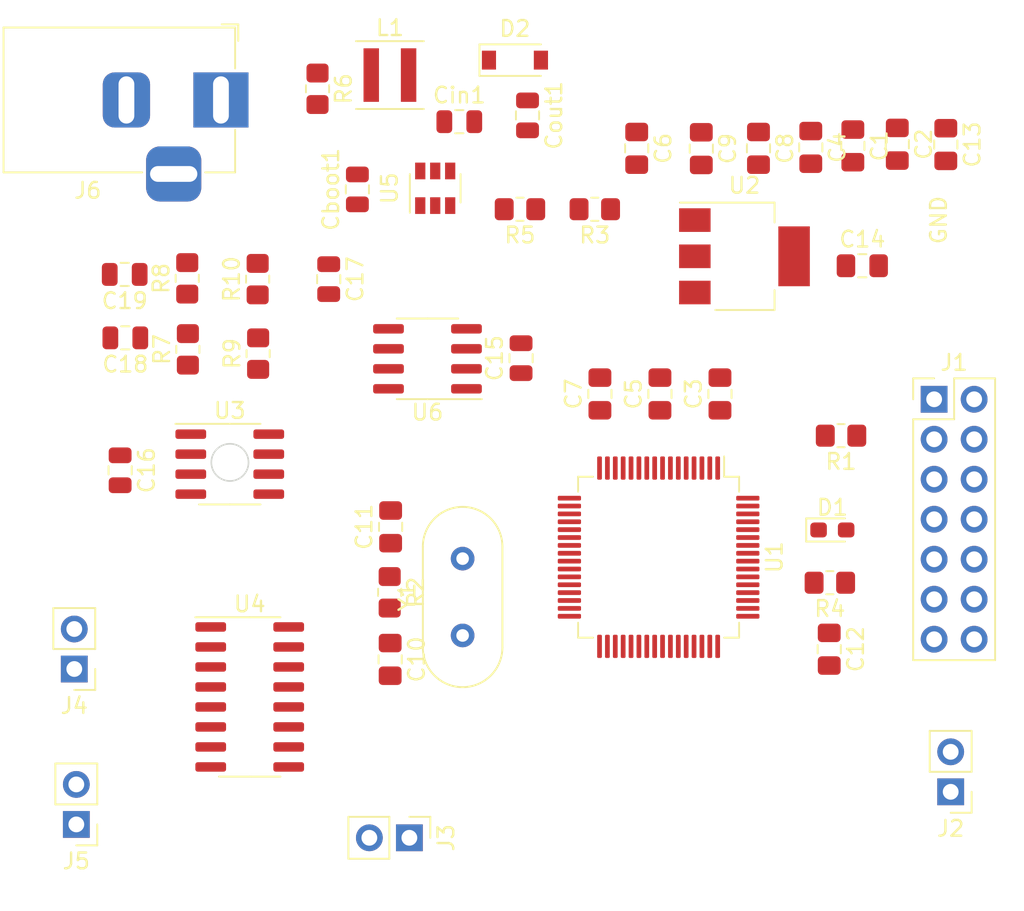
<source format=kicad_pcb>
(kicad_pcb (version 20171130) (host pcbnew "(5.1.10)-1")

  (general
    (thickness 1.6)
    (drawings 2)
    (tracks 22)
    (zones 0)
    (modules 48)
    (nets 40)
  )

  (page A4)
  (layers
    (0 F.Cu signal)
    (1 VCC power hide)
    (2 GND signal hide)
    (31 B.Cu signal)
    (33 F.Adhes user)
    (35 F.Paste user)
    (37 F.SilkS user)
    (39 F.Mask user)
    (40 Dwgs.User user)
    (41 Cmts.User user)
    (42 Eco1.User user)
    (43 Eco2.User user)
    (44 Edge.Cuts user)
    (45 Margin user)
    (46 B.CrtYd user)
    (47 F.CrtYd user)
    (49 F.Fab user)
  )

  (setup
    (last_trace_width 0.25)
    (trace_clearance 0.2)
    (zone_clearance 0.508)
    (zone_45_only no)
    (trace_min 0.2)
    (via_size 0.8)
    (via_drill 0.4)
    (via_min_size 0.4)
    (via_min_drill 0.3)
    (user_via 0.6 0.3)
    (blind_buried_vias_allowed yes)
    (uvia_size 0.3)
    (uvia_drill 0.1)
    (uvias_allowed no)
    (uvia_min_size 0.2)
    (uvia_min_drill 0.1)
    (edge_width 0.1)
    (segment_width 0.2)
    (pcb_text_width 0.3)
    (pcb_text_size 1.5 1.5)
    (mod_edge_width 0.15)
    (mod_text_size 1 1)
    (mod_text_width 0.15)
    (pad_size 2 3.8)
    (pad_drill 0)
    (pad_to_mask_clearance 0)
    (aux_axis_origin 0 0)
    (visible_elements 7FFFFFFF)
    (pcbplotparams
      (layerselection 0x010fc_ffffffff)
      (usegerberextensions false)
      (usegerberattributes true)
      (usegerberadvancedattributes true)
      (creategerberjobfile true)
      (excludeedgelayer true)
      (linewidth 0.100000)
      (plotframeref false)
      (viasonmask false)
      (mode 1)
      (useauxorigin false)
      (hpglpennumber 1)
      (hpglpenspeed 20)
      (hpglpendiameter 15.000000)
      (psnegative false)
      (psa4output false)
      (plotreference true)
      (plotvalue true)
      (plotinvisibletext false)
      (padsonsilk false)
      (subtractmaskfromsilk false)
      (outputformat 1)
      (mirror false)
      (drillshape 0)
      (scaleselection 1)
      (outputdirectory "spc/"))
  )

  (net 0 "")
  (net 1 +5V)
  (net 2 GND)
  (net 3 /VDD_LV)
  (net 4 /EXTAL)
  (net 5 /XTAL)
  (net 6 /TMS)
  (net 7 /RESET)
  (net 8 /TCK)
  (net 9 /TDO)
  (net 10 /TDI)
  (net 11 "Net-(R1-Pad2)")
  (net 12 /PA15)
  (net 13 /PA14)
  (net 14 /PA12)
  (net 15 /PA5)
  (net 16 /PB11)
  (net 17 /PB10)
  (net 18 +3V3)
  (net 19 "Net-(D1-Pad2)")
  (net 20 /INX)
  (net 21 /INY)
  (net 22 /x2)
  (net 23 /x1)
  (net 24 /x0)
  (net 25 /x3)
  (net 26 /y1)
  (net 27 /y3)
  (net 28 /y2)
  (net 29 /y0)
  (net 30 /CAN0RX)
  (net 31 /CAN0TX)
  (net 32 +12V)
  (net 33 "Net-(Cboot1-Pad2)")
  (net 34 "Net-(R6-Pad2)")
  (net 35 "Net-(R3-Pad2)")
  (net 36 "Net-(Cboot1-Pad1)")
  (net 37 /CAN0HK)
  (net 38 /CAN0LK)
  (net 39 "Net-(C17-Pad2)")

  (net_class Default 这是默认网络类。
    (clearance 0.2)
    (trace_width 0.25)
    (via_dia 0.8)
    (via_drill 0.4)
    (uvia_dia 0.3)
    (uvia_drill 0.1)
    (add_net +12V)
    (add_net +3V3)
    (add_net +5V)
    (add_net /CAN0HK)
    (add_net /CAN0LK)
    (add_net /CAN0RX)
    (add_net /CAN0TX)
    (add_net /EXTAL)
    (add_net /INX)
    (add_net /INY)
    (add_net /PA0)
    (add_net /PA1)
    (add_net /PA12)
    (add_net /PA13)
    (add_net /PA14)
    (add_net /PA15)
    (add_net /PA2)
    (add_net /PA3)
    (add_net /PA4)
    (add_net /PA5)
    (add_net /PA9)
    (add_net /PB10)
    (add_net /PB11)
    (add_net /PB12)
    (add_net /PB13)
    (add_net /PB14)
    (add_net /PB15)
    (add_net /PB2)
    (add_net /PB3)
    (add_net /PC10)
    (add_net /PC3)
    (add_net /PC4)
    (add_net /PC5)
    (add_net /PC6)
    (add_net /PC7)
    (add_net /PC8)
    (add_net /PC9)
    (add_net /RESET)
    (add_net /TCK)
    (add_net /TDI)
    (add_net /TDO)
    (add_net /TMS)
    (add_net /VDD_LV)
    (add_net /XTAL)
    (add_net /x0)
    (add_net /x1)
    (add_net /x2)
    (add_net /x3)
    (add_net /y0)
    (add_net /y1)
    (add_net /y2)
    (add_net /y3)
    (add_net GND)
    (add_net "Net-(C17-Pad2)")
    (add_net "Net-(Cboot1-Pad1)")
    (add_net "Net-(Cboot1-Pad2)")
    (add_net "Net-(D1-Pad2)")
    (add_net "Net-(J1-Pad13)")
    (add_net "Net-(J1-Pad7)")
    (add_net "Net-(R1-Pad2)")
    (add_net "Net-(R3-Pad2)")
    (add_net "Net-(R6-Pad2)")
    (add_net "Net-(U1-Pad29)")
    (add_net "Net-(U1-Pad30)")
    (add_net "Net-(U1-Pad32)")
    (add_net "Net-(U1-Pad35)")
    (add_net "Net-(U1-Pad36)")
    (add_net "Net-(U1-Pad37)")
    (add_net "Net-(U4-Pad16)")
    (add_net "Net-(U4-Pad6)")
    (add_net "Net-(U4-Pad7)")
    (add_net "Net-(U6-Pad5)")
  )

  (module Connector_PinHeader_2.54mm:PinHeader_2x07_P2.54mm_Vertical (layer F.Cu) (tedit 59FED5CC) (tstamp 60A4B5C1)
    (at 147.67 69.17)
    (descr "Through hole straight pin header, 2x07, 2.54mm pitch, double rows")
    (tags "Through hole pin header THT 2x07 2.54mm double row")
    (path /60A7DFD4)
    (fp_text reference J1 (at 1.27 -2.33) (layer F.SilkS)
      (effects (font (size 1 1) (thickness 0.15)))
    )
    (fp_text value JTAG (at 1.27 17.57) (layer F.Fab)
      (effects (font (size 1 1) (thickness 0.15)))
    )
    (fp_line (start 4.35 -1.8) (end -1.8 -1.8) (layer F.CrtYd) (width 0.05))
    (fp_line (start 4.35 17.05) (end 4.35 -1.8) (layer F.CrtYd) (width 0.05))
    (fp_line (start -1.8 17.05) (end 4.35 17.05) (layer F.CrtYd) (width 0.05))
    (fp_line (start -1.8 -1.8) (end -1.8 17.05) (layer F.CrtYd) (width 0.05))
    (fp_line (start -1.33 -1.33) (end 0 -1.33) (layer F.SilkS) (width 0.12))
    (fp_line (start -1.33 0) (end -1.33 -1.33) (layer F.SilkS) (width 0.12))
    (fp_line (start 1.27 -1.33) (end 3.87 -1.33) (layer F.SilkS) (width 0.12))
    (fp_line (start 1.27 1.27) (end 1.27 -1.33) (layer F.SilkS) (width 0.12))
    (fp_line (start -1.33 1.27) (end 1.27 1.27) (layer F.SilkS) (width 0.12))
    (fp_line (start 3.87 -1.33) (end 3.87 16.57) (layer F.SilkS) (width 0.12))
    (fp_line (start -1.33 1.27) (end -1.33 16.57) (layer F.SilkS) (width 0.12))
    (fp_line (start -1.33 16.57) (end 3.87 16.57) (layer F.SilkS) (width 0.12))
    (fp_line (start -1.27 0) (end 0 -1.27) (layer F.Fab) (width 0.1))
    (fp_line (start -1.27 16.51) (end -1.27 0) (layer F.Fab) (width 0.1))
    (fp_line (start 3.81 16.51) (end -1.27 16.51) (layer F.Fab) (width 0.1))
    (fp_line (start 3.81 -1.27) (end 3.81 16.51) (layer F.Fab) (width 0.1))
    (fp_line (start 0 -1.27) (end 3.81 -1.27) (layer F.Fab) (width 0.1))
    (fp_text user %R (at 2.54 8.89 90) (layer F.Fab)
      (effects (font (size 1 1) (thickness 0.15)))
    )
    (pad 1 thru_hole rect (at 0 0) (size 1.7 1.7) (drill 1) (layers *.Cu *.Mask)
      (net 10 /TDI))
    (pad 2 thru_hole oval (at 2.54 0) (size 1.7 1.7) (drill 1) (layers *.Cu *.Mask)
      (net 2 GND))
    (pad 3 thru_hole oval (at 0 2.54) (size 1.7 1.7) (drill 1) (layers *.Cu *.Mask)
      (net 9 /TDO))
    (pad 4 thru_hole oval (at 2.54 2.54) (size 1.7 1.7) (drill 1) (layers *.Cu *.Mask)
      (net 2 GND))
    (pad 5 thru_hole oval (at 0 5.08) (size 1.7 1.7) (drill 1) (layers *.Cu *.Mask)
      (net 8 /TCK))
    (pad 6 thru_hole oval (at 2.54 5.08) (size 1.7 1.7) (drill 1) (layers *.Cu *.Mask)
      (net 2 GND))
    (pad 7 thru_hole oval (at 0 7.62) (size 1.7 1.7) (drill 1) (layers *.Cu *.Mask))
    (pad 8 thru_hole oval (at 2.54 7.62) (size 1.7 1.7) (drill 1) (layers *.Cu *.Mask)
      (net 2 GND))
    (pad 9 thru_hole oval (at 0 10.16) (size 1.7 1.7) (drill 1) (layers *.Cu *.Mask)
      (net 7 /RESET))
    (pad 10 thru_hole oval (at 2.54 10.16) (size 1.7 1.7) (drill 1) (layers *.Cu *.Mask)
      (net 6 /TMS))
    (pad 11 thru_hole oval (at 0 12.7) (size 1.7 1.7) (drill 1) (layers *.Cu *.Mask)
      (net 1 +5V))
    (pad 12 thru_hole oval (at 2.54 12.7) (size 1.7 1.7) (drill 1) (layers *.Cu *.Mask)
      (net 2 GND))
    (pad 13 thru_hole oval (at 0 15.24) (size 1.7 1.7) (drill 1) (layers *.Cu *.Mask))
    (pad 14 thru_hole oval (at 2.54 15.24) (size 1.7 1.7) (drill 1) (layers *.Cu *.Mask)
      (net 2 GND))
    (model ${KISYS3DMOD}/Connector_PinHeader_2.54mm.3dshapes/PinHeader_2x07_P2.54mm_Vertical.wrl
      (at (xyz 0 0 0))
      (scale (xyz 1 1 1))
      (rotate (xyz 0 0 0))
    )
  )

  (module Resistor_SMD:R_0805_2012Metric_Pad1.20x1.40mm_HandSolder (layer F.Cu) (tedit 5F68FEEE) (tstamp 61207E1C)
    (at 104.73 61.54 90)
    (descr "Resistor SMD 0805 (2012 Metric), square (rectangular) end terminal, IPC_7351 nominal with elongated pad for handsoldering. (Body size source: IPC-SM-782 page 72, https://www.pcb-3d.com/wordpress/wp-content/uploads/ipc-sm-782a_amendment_1_and_2.pdf), generated with kicad-footprint-generator")
    (tags "resistor handsolder")
    (path /61EE848A)
    (attr smd)
    (fp_text reference R10 (at 0 -1.65 90) (layer F.SilkS)
      (effects (font (size 1 1) (thickness 0.15)))
    )
    (fp_text value 10K (at 0 1.65 90) (layer F.Fab)
      (effects (font (size 1 1) (thickness 0.15)))
    )
    (fp_text user %R (at 0 0 180) (layer F.Fab)
      (effects (font (size 0.5 0.5) (thickness 0.08)))
    )
    (fp_line (start -1 0.625) (end -1 -0.625) (layer F.Fab) (width 0.1))
    (fp_line (start -1 -0.625) (end 1 -0.625) (layer F.Fab) (width 0.1))
    (fp_line (start 1 -0.625) (end 1 0.625) (layer F.Fab) (width 0.1))
    (fp_line (start 1 0.625) (end -1 0.625) (layer F.Fab) (width 0.1))
    (fp_line (start -0.227064 -0.735) (end 0.227064 -0.735) (layer F.SilkS) (width 0.12))
    (fp_line (start -0.227064 0.735) (end 0.227064 0.735) (layer F.SilkS) (width 0.12))
    (fp_line (start -1.85 0.95) (end -1.85 -0.95) (layer F.CrtYd) (width 0.05))
    (fp_line (start -1.85 -0.95) (end 1.85 -0.95) (layer F.CrtYd) (width 0.05))
    (fp_line (start 1.85 -0.95) (end 1.85 0.95) (layer F.CrtYd) (width 0.05))
    (fp_line (start 1.85 0.95) (end -1.85 0.95) (layer F.CrtYd) (width 0.05))
    (pad 2 smd roundrect (at 1 0 90) (size 1.2 1.4) (layers F.Cu F.Paste F.Mask) (roundrect_rratio 0.208333)
      (net 2 GND))
    (pad 1 smd roundrect (at -1 0 90) (size 1.2 1.4) (layers F.Cu F.Paste F.Mask) (roundrect_rratio 0.208333)
      (net 39 "Net-(C17-Pad2)"))
    (model ${KISYS3DMOD}/Resistor_SMD.3dshapes/R_0805_2012Metric.wrl
      (at (xyz 0 0 0))
      (scale (xyz 1 1 1))
      (rotate (xyz 0 0 0))
    )
  )

  (module Resistor_SMD:R_0805_2012Metric_Pad1.20x1.40mm_HandSolder (layer F.Cu) (tedit 5F68FEEE) (tstamp 61207E0B)
    (at 104.76 66.27 90)
    (descr "Resistor SMD 0805 (2012 Metric), square (rectangular) end terminal, IPC_7351 nominal with elongated pad for handsoldering. (Body size source: IPC-SM-782 page 72, https://www.pcb-3d.com/wordpress/wp-content/uploads/ipc-sm-782a_amendment_1_and_2.pdf), generated with kicad-footprint-generator")
    (tags "resistor handsolder")
    (path /61EE8064)
    (attr smd)
    (fp_text reference R9 (at 0 -1.65 90) (layer F.SilkS)
      (effects (font (size 1 1) (thickness 0.15)))
    )
    (fp_text value 10K (at 0 1.65 90) (layer F.Fab)
      (effects (font (size 1 1) (thickness 0.15)))
    )
    (fp_text user %R (at 0 0 90) (layer F.Fab)
      (effects (font (size 0.5 0.5) (thickness 0.08)))
    )
    (fp_line (start -1 0.625) (end -1 -0.625) (layer F.Fab) (width 0.1))
    (fp_line (start -1 -0.625) (end 1 -0.625) (layer F.Fab) (width 0.1))
    (fp_line (start 1 -0.625) (end 1 0.625) (layer F.Fab) (width 0.1))
    (fp_line (start 1 0.625) (end -1 0.625) (layer F.Fab) (width 0.1))
    (fp_line (start -0.227064 -0.735) (end 0.227064 -0.735) (layer F.SilkS) (width 0.12))
    (fp_line (start -0.227064 0.735) (end 0.227064 0.735) (layer F.SilkS) (width 0.12))
    (fp_line (start -1.85 0.95) (end -1.85 -0.95) (layer F.CrtYd) (width 0.05))
    (fp_line (start -1.85 -0.95) (end 1.85 -0.95) (layer F.CrtYd) (width 0.05))
    (fp_line (start 1.85 -0.95) (end 1.85 0.95) (layer F.CrtYd) (width 0.05))
    (fp_line (start 1.85 0.95) (end -1.85 0.95) (layer F.CrtYd) (width 0.05))
    (pad 2 smd roundrect (at 1 0 90) (size 1.2 1.4) (layers F.Cu F.Paste F.Mask) (roundrect_rratio 0.208333)
      (net 39 "Net-(C17-Pad2)"))
    (pad 1 smd roundrect (at -1 0 90) (size 1.2 1.4) (layers F.Cu F.Paste F.Mask) (roundrect_rratio 0.208333)
      (net 1 +5V))
    (model ${KISYS3DMOD}/Resistor_SMD.3dshapes/R_0805_2012Metric.wrl
      (at (xyz 0 0 0))
      (scale (xyz 1 1 1))
      (rotate (xyz 0 0 0))
    )
  )

  (module Resistor_SMD:R_0805_2012Metric_Pad1.20x1.40mm_HandSolder (layer F.Cu) (tedit 5F68FEEE) (tstamp 61207DFA)
    (at 100.26 61.49 90)
    (descr "Resistor SMD 0805 (2012 Metric), square (rectangular) end terminal, IPC_7351 nominal with elongated pad for handsoldering. (Body size source: IPC-SM-782 page 72, https://www.pcb-3d.com/wordpress/wp-content/uploads/ipc-sm-782a_amendment_1_and_2.pdf), generated with kicad-footprint-generator")
    (tags "resistor handsolder")
    (path /61EE7C47)
    (attr smd)
    (fp_text reference R8 (at 0 -1.65 90) (layer F.SilkS)
      (effects (font (size 1 1) (thickness 0.15)))
    )
    (fp_text value 61.9 (at 0 1.65 90) (layer F.Fab)
      (effects (font (size 1 1) (thickness 0.15)))
    )
    (fp_text user %R (at 0 0 90) (layer F.Fab)
      (effects (font (size 0.5 0.5) (thickness 0.08)))
    )
    (fp_line (start -1 0.625) (end -1 -0.625) (layer F.Fab) (width 0.1))
    (fp_line (start -1 -0.625) (end 1 -0.625) (layer F.Fab) (width 0.1))
    (fp_line (start 1 -0.625) (end 1 0.625) (layer F.Fab) (width 0.1))
    (fp_line (start 1 0.625) (end -1 0.625) (layer F.Fab) (width 0.1))
    (fp_line (start -0.227064 -0.735) (end 0.227064 -0.735) (layer F.SilkS) (width 0.12))
    (fp_line (start -0.227064 0.735) (end 0.227064 0.735) (layer F.SilkS) (width 0.12))
    (fp_line (start -1.85 0.95) (end -1.85 -0.95) (layer F.CrtYd) (width 0.05))
    (fp_line (start -1.85 -0.95) (end 1.85 -0.95) (layer F.CrtYd) (width 0.05))
    (fp_line (start 1.85 -0.95) (end 1.85 0.95) (layer F.CrtYd) (width 0.05))
    (fp_line (start 1.85 0.95) (end -1.85 0.95) (layer F.CrtYd) (width 0.05))
    (pad 2 smd roundrect (at 1 0 90) (size 1.2 1.4) (layers F.Cu F.Paste F.Mask) (roundrect_rratio 0.208333)
      (net 38 /CAN0LK))
    (pad 1 smd roundrect (at -1 0 90) (size 1.2 1.4) (layers F.Cu F.Paste F.Mask) (roundrect_rratio 0.208333)
      (net 39 "Net-(C17-Pad2)"))
    (model ${KISYS3DMOD}/Resistor_SMD.3dshapes/R_0805_2012Metric.wrl
      (at (xyz 0 0 0))
      (scale (xyz 1 1 1))
      (rotate (xyz 0 0 0))
    )
  )

  (module Resistor_SMD:R_0805_2012Metric_Pad1.20x1.40mm_HandSolder (layer F.Cu) (tedit 5F68FEEE) (tstamp 61207DE9)
    (at 100.3 66 90)
    (descr "Resistor SMD 0805 (2012 Metric), square (rectangular) end terminal, IPC_7351 nominal with elongated pad for handsoldering. (Body size source: IPC-SM-782 page 72, https://www.pcb-3d.com/wordpress/wp-content/uploads/ipc-sm-782a_amendment_1_and_2.pdf), generated with kicad-footprint-generator")
    (tags "resistor handsolder")
    (path /61EE77A2)
    (attr smd)
    (fp_text reference R7 (at 0 -1.65 90) (layer F.SilkS)
      (effects (font (size 1 1) (thickness 0.15)))
    )
    (fp_text value 61.9 (at 0 1.65 90) (layer F.Fab)
      (effects (font (size 1 1) (thickness 0.15)))
    )
    (fp_text user %R (at 0 0 90) (layer F.Fab)
      (effects (font (size 0.5 0.5) (thickness 0.08)))
    )
    (fp_line (start -1 0.625) (end -1 -0.625) (layer F.Fab) (width 0.1))
    (fp_line (start -1 -0.625) (end 1 -0.625) (layer F.Fab) (width 0.1))
    (fp_line (start 1 -0.625) (end 1 0.625) (layer F.Fab) (width 0.1))
    (fp_line (start 1 0.625) (end -1 0.625) (layer F.Fab) (width 0.1))
    (fp_line (start -0.227064 -0.735) (end 0.227064 -0.735) (layer F.SilkS) (width 0.12))
    (fp_line (start -0.227064 0.735) (end 0.227064 0.735) (layer F.SilkS) (width 0.12))
    (fp_line (start -1.85 0.95) (end -1.85 -0.95) (layer F.CrtYd) (width 0.05))
    (fp_line (start -1.85 -0.95) (end 1.85 -0.95) (layer F.CrtYd) (width 0.05))
    (fp_line (start 1.85 -0.95) (end 1.85 0.95) (layer F.CrtYd) (width 0.05))
    (fp_line (start 1.85 0.95) (end -1.85 0.95) (layer F.CrtYd) (width 0.05))
    (pad 2 smd roundrect (at 1 0 90) (size 1.2 1.4) (layers F.Cu F.Paste F.Mask) (roundrect_rratio 0.208333)
      (net 39 "Net-(C17-Pad2)"))
    (pad 1 smd roundrect (at -1 0 90) (size 1.2 1.4) (layers F.Cu F.Paste F.Mask) (roundrect_rratio 0.208333)
      (net 37 /CAN0HK))
    (model ${KISYS3DMOD}/Resistor_SMD.3dshapes/R_0805_2012Metric.wrl
      (at (xyz 0 0 0))
      (scale (xyz 1 1 1))
      (rotate (xyz 0 0 0))
    )
  )

  (module Capacitor_SMD:C_0805_2012Metric (layer F.Cu) (tedit 5F68FEEE) (tstamp 61207B12)
    (at 96.29 61.24 180)
    (descr "Capacitor SMD 0805 (2012 Metric), square (rectangular) end terminal, IPC_7351 nominal, (Body size source: IPC-SM-782 page 76, https://www.pcb-3d.com/wordpress/wp-content/uploads/ipc-sm-782a_amendment_1_and_2.pdf, https://docs.google.com/spreadsheets/d/1BsfQQcO9C6DZCsRaXUlFlo91Tg2WpOkGARC1WS5S8t0/edit?usp=sharing), generated with kicad-footprint-generator")
    (tags capacitor)
    (path /61F20829)
    (attr smd)
    (fp_text reference C19 (at 0 -1.68) (layer F.SilkS)
      (effects (font (size 1 1) (thickness 0.15)))
    )
    (fp_text value 100PF (at 0 1.68) (layer F.Fab)
      (effects (font (size 1 1) (thickness 0.15)))
    )
    (fp_text user %R (at 0 0) (layer F.Fab)
      (effects (font (size 0.5 0.5) (thickness 0.08)))
    )
    (fp_line (start -1 0.625) (end -1 -0.625) (layer F.Fab) (width 0.1))
    (fp_line (start -1 -0.625) (end 1 -0.625) (layer F.Fab) (width 0.1))
    (fp_line (start 1 -0.625) (end 1 0.625) (layer F.Fab) (width 0.1))
    (fp_line (start 1 0.625) (end -1 0.625) (layer F.Fab) (width 0.1))
    (fp_line (start -0.261252 -0.735) (end 0.261252 -0.735) (layer F.SilkS) (width 0.12))
    (fp_line (start -0.261252 0.735) (end 0.261252 0.735) (layer F.SilkS) (width 0.12))
    (fp_line (start -1.7 0.98) (end -1.7 -0.98) (layer F.CrtYd) (width 0.05))
    (fp_line (start -1.7 -0.98) (end 1.7 -0.98) (layer F.CrtYd) (width 0.05))
    (fp_line (start 1.7 -0.98) (end 1.7 0.98) (layer F.CrtYd) (width 0.05))
    (fp_line (start 1.7 0.98) (end -1.7 0.98) (layer F.CrtYd) (width 0.05))
    (pad 2 smd roundrect (at 0.95 0 180) (size 1 1.45) (layers F.Cu F.Paste F.Mask) (roundrect_rratio 0.25)
      (net 2 GND))
    (pad 1 smd roundrect (at -0.95 0 180) (size 1 1.45) (layers F.Cu F.Paste F.Mask) (roundrect_rratio 0.25)
      (net 38 /CAN0LK))
    (model ${KISYS3DMOD}/Capacitor_SMD.3dshapes/C_0805_2012Metric.wrl
      (at (xyz 0 0 0))
      (scale (xyz 1 1 1))
      (rotate (xyz 0 0 0))
    )
  )

  (module Capacitor_SMD:C_0805_2012Metric (layer F.Cu) (tedit 5F68FEEE) (tstamp 61207B01)
    (at 96.33 65.27 180)
    (descr "Capacitor SMD 0805 (2012 Metric), square (rectangular) end terminal, IPC_7351 nominal, (Body size source: IPC-SM-782 page 76, https://www.pcb-3d.com/wordpress/wp-content/uploads/ipc-sm-782a_amendment_1_and_2.pdf, https://docs.google.com/spreadsheets/d/1BsfQQcO9C6DZCsRaXUlFlo91Tg2WpOkGARC1WS5S8t0/edit?usp=sharing), generated with kicad-footprint-generator")
    (tags capacitor)
    (path /61F200B6)
    (attr smd)
    (fp_text reference C18 (at 0 -1.68) (layer F.SilkS)
      (effects (font (size 1 1) (thickness 0.15)))
    )
    (fp_text value 100PF (at 0 1.68) (layer F.Fab)
      (effects (font (size 1 1) (thickness 0.15)))
    )
    (fp_text user %R (at 0 0) (layer F.Fab)
      (effects (font (size 0.5 0.5) (thickness 0.08)))
    )
    (fp_line (start -1 0.625) (end -1 -0.625) (layer F.Fab) (width 0.1))
    (fp_line (start -1 -0.625) (end 1 -0.625) (layer F.Fab) (width 0.1))
    (fp_line (start 1 -0.625) (end 1 0.625) (layer F.Fab) (width 0.1))
    (fp_line (start 1 0.625) (end -1 0.625) (layer F.Fab) (width 0.1))
    (fp_line (start -0.261252 -0.735) (end 0.261252 -0.735) (layer F.SilkS) (width 0.12))
    (fp_line (start -0.261252 0.735) (end 0.261252 0.735) (layer F.SilkS) (width 0.12))
    (fp_line (start -1.7 0.98) (end -1.7 -0.98) (layer F.CrtYd) (width 0.05))
    (fp_line (start -1.7 -0.98) (end 1.7 -0.98) (layer F.CrtYd) (width 0.05))
    (fp_line (start 1.7 -0.98) (end 1.7 0.98) (layer F.CrtYd) (width 0.05))
    (fp_line (start 1.7 0.98) (end -1.7 0.98) (layer F.CrtYd) (width 0.05))
    (pad 2 smd roundrect (at 0.95 0 180) (size 1 1.45) (layers F.Cu F.Paste F.Mask) (roundrect_rratio 0.25)
      (net 2 GND))
    (pad 1 smd roundrect (at -0.95 0 180) (size 1 1.45) (layers F.Cu F.Paste F.Mask) (roundrect_rratio 0.25)
      (net 37 /CAN0HK))
    (model ${KISYS3DMOD}/Capacitor_SMD.3dshapes/C_0805_2012Metric.wrl
      (at (xyz 0 0 0))
      (scale (xyz 1 1 1))
      (rotate (xyz 0 0 0))
    )
  )

  (module Capacitor_SMD:C_0805_2012Metric (layer F.Cu) (tedit 5F68FEEE) (tstamp 61207AF0)
    (at 109.24 61.54 270)
    (descr "Capacitor SMD 0805 (2012 Metric), square (rectangular) end terminal, IPC_7351 nominal, (Body size source: IPC-SM-782 page 76, https://www.pcb-3d.com/wordpress/wp-content/uploads/ipc-sm-782a_amendment_1_and_2.pdf, https://docs.google.com/spreadsheets/d/1BsfQQcO9C6DZCsRaXUlFlo91Tg2WpOkGARC1WS5S8t0/edit?usp=sharing), generated with kicad-footprint-generator")
    (tags capacitor)
    (path /61F02EA3)
    (attr smd)
    (fp_text reference C17 (at 0 -1.68 90) (layer F.SilkS)
      (effects (font (size 1 1) (thickness 0.15)))
    )
    (fp_text value 4.7nF (at 0 1.68 90) (layer F.Fab)
      (effects (font (size 1 1) (thickness 0.15)))
    )
    (fp_text user %R (at 0 0 90) (layer F.Fab)
      (effects (font (size 0.5 0.5) (thickness 0.08)))
    )
    (fp_line (start -1 0.625) (end -1 -0.625) (layer F.Fab) (width 0.1))
    (fp_line (start -1 -0.625) (end 1 -0.625) (layer F.Fab) (width 0.1))
    (fp_line (start 1 -0.625) (end 1 0.625) (layer F.Fab) (width 0.1))
    (fp_line (start 1 0.625) (end -1 0.625) (layer F.Fab) (width 0.1))
    (fp_line (start -0.261252 -0.735) (end 0.261252 -0.735) (layer F.SilkS) (width 0.12))
    (fp_line (start -0.261252 0.735) (end 0.261252 0.735) (layer F.SilkS) (width 0.12))
    (fp_line (start -1.7 0.98) (end -1.7 -0.98) (layer F.CrtYd) (width 0.05))
    (fp_line (start -1.7 -0.98) (end 1.7 -0.98) (layer F.CrtYd) (width 0.05))
    (fp_line (start 1.7 -0.98) (end 1.7 0.98) (layer F.CrtYd) (width 0.05))
    (fp_line (start 1.7 0.98) (end -1.7 0.98) (layer F.CrtYd) (width 0.05))
    (pad 2 smd roundrect (at 0.95 0 270) (size 1 1.45) (layers F.Cu F.Paste F.Mask) (roundrect_rratio 0.25)
      (net 39 "Net-(C17-Pad2)"))
    (pad 1 smd roundrect (at -0.95 0 270) (size 1 1.45) (layers F.Cu F.Paste F.Mask) (roundrect_rratio 0.25)
      (net 2 GND))
    (model ${KISYS3DMOD}/Capacitor_SMD.3dshapes/C_0805_2012Metric.wrl
      (at (xyz 0 0 0))
      (scale (xyz 1 1 1))
      (rotate (xyz 0 0 0))
    )
  )

  (module Package_SO:SOIC-8_3.9x4.9mm_P1.27mm (layer F.Cu) (tedit 5D9F72B1) (tstamp 61207147)
    (at 115.51 66.6 180)
    (descr "SOIC, 8 Pin (JEDEC MS-012AA, https://www.analog.com/media/en/package-pcb-resources/package/pkg_pdf/soic_narrow-r/r_8.pdf), generated with kicad-footprint-generator ipc_gullwing_generator.py")
    (tags "SOIC SO")
    (path /61E927AF)
    (attr smd)
    (fp_text reference U6 (at 0 -3.4) (layer F.SilkS)
      (effects (font (size 1 1) (thickness 0.15)))
    )
    (fp_text value TJA1042T (at 0 3.4) (layer F.Fab)
      (effects (font (size 1 1) (thickness 0.15)))
    )
    (fp_text user %R (at 0 0) (layer F.Fab)
      (effects (font (size 0.98 0.98) (thickness 0.15)))
    )
    (fp_line (start 0 2.56) (end 1.95 2.56) (layer F.SilkS) (width 0.12))
    (fp_line (start 0 2.56) (end -1.95 2.56) (layer F.SilkS) (width 0.12))
    (fp_line (start 0 -2.56) (end 1.95 -2.56) (layer F.SilkS) (width 0.12))
    (fp_line (start 0 -2.56) (end -3.45 -2.56) (layer F.SilkS) (width 0.12))
    (fp_line (start -0.975 -2.45) (end 1.95 -2.45) (layer F.Fab) (width 0.1))
    (fp_line (start 1.95 -2.45) (end 1.95 2.45) (layer F.Fab) (width 0.1))
    (fp_line (start 1.95 2.45) (end -1.95 2.45) (layer F.Fab) (width 0.1))
    (fp_line (start -1.95 2.45) (end -1.95 -1.475) (layer F.Fab) (width 0.1))
    (fp_line (start -1.95 -1.475) (end -0.975 -2.45) (layer F.Fab) (width 0.1))
    (fp_line (start -3.7 -2.7) (end -3.7 2.7) (layer F.CrtYd) (width 0.05))
    (fp_line (start -3.7 2.7) (end 3.7 2.7) (layer F.CrtYd) (width 0.05))
    (fp_line (start 3.7 2.7) (end 3.7 -2.7) (layer F.CrtYd) (width 0.05))
    (fp_line (start 3.7 -2.7) (end -3.7 -2.7) (layer F.CrtYd) (width 0.05))
    (pad 8 smd roundrect (at 2.475 -1.905 180) (size 1.95 0.6) (layers F.Cu F.Paste F.Mask) (roundrect_rratio 0.25)
      (net 2 GND))
    (pad 7 smd roundrect (at 2.475 -0.635 180) (size 1.95 0.6) (layers F.Cu F.Paste F.Mask) (roundrect_rratio 0.25)
      (net 37 /CAN0HK))
    (pad 6 smd roundrect (at 2.475 0.635 180) (size 1.95 0.6) (layers F.Cu F.Paste F.Mask) (roundrect_rratio 0.25)
      (net 38 /CAN0LK))
    (pad 5 smd roundrect (at 2.475 1.905 180) (size 1.95 0.6) (layers F.Cu F.Paste F.Mask) (roundrect_rratio 0.25))
    (pad 4 smd roundrect (at -2.475 1.905 180) (size 1.95 0.6) (layers F.Cu F.Paste F.Mask) (roundrect_rratio 0.25)
      (net 30 /CAN0RX))
    (pad 3 smd roundrect (at -2.475 0.635 180) (size 1.95 0.6) (layers F.Cu F.Paste F.Mask) (roundrect_rratio 0.25)
      (net 1 +5V))
    (pad 2 smd roundrect (at -2.475 -0.635 180) (size 1.95 0.6) (layers F.Cu F.Paste F.Mask) (roundrect_rratio 0.25)
      (net 2 GND))
    (pad 1 smd roundrect (at -2.475 -1.905 180) (size 1.95 0.6) (layers F.Cu F.Paste F.Mask) (roundrect_rratio 0.25)
      (net 31 /CAN0TX))
    (model ${KISYS3DMOD}/Package_SO.3dshapes/SOIC-8_3.9x4.9mm_P1.27mm.wrl
      (at (xyz 0 0 0))
      (scale (xyz 1 1 1))
      (rotate (xyz 0 0 0))
    )
  )

  (module Capacitor_SMD:C_0805_2012Metric (layer F.Cu) (tedit 5F68FEEE) (tstamp 61206CAB)
    (at 121.45 66.56 90)
    (descr "Capacitor SMD 0805 (2012 Metric), square (rectangular) end terminal, IPC_7351 nominal, (Body size source: IPC-SM-782 page 76, https://www.pcb-3d.com/wordpress/wp-content/uploads/ipc-sm-782a_amendment_1_and_2.pdf, https://docs.google.com/spreadsheets/d/1BsfQQcO9C6DZCsRaXUlFlo91Tg2WpOkGARC1WS5S8t0/edit?usp=sharing), generated with kicad-footprint-generator")
    (tags capacitor)
    (path /61EA976D)
    (attr smd)
    (fp_text reference C15 (at 0 -1.68 90) (layer F.SilkS)
      (effects (font (size 1 1) (thickness 0.15)))
    )
    (fp_text value 0.1uF (at 0 1.68 90) (layer F.Fab)
      (effects (font (size 1 1) (thickness 0.15)))
    )
    (fp_text user %R (at 0 0 90) (layer F.Fab)
      (effects (font (size 0.5 0.5) (thickness 0.08)))
    )
    (fp_line (start -1 0.625) (end -1 -0.625) (layer F.Fab) (width 0.1))
    (fp_line (start -1 -0.625) (end 1 -0.625) (layer F.Fab) (width 0.1))
    (fp_line (start 1 -0.625) (end 1 0.625) (layer F.Fab) (width 0.1))
    (fp_line (start 1 0.625) (end -1 0.625) (layer F.Fab) (width 0.1))
    (fp_line (start -0.261252 -0.735) (end 0.261252 -0.735) (layer F.SilkS) (width 0.12))
    (fp_line (start -0.261252 0.735) (end 0.261252 0.735) (layer F.SilkS) (width 0.12))
    (fp_line (start -1.7 0.98) (end -1.7 -0.98) (layer F.CrtYd) (width 0.05))
    (fp_line (start -1.7 -0.98) (end 1.7 -0.98) (layer F.CrtYd) (width 0.05))
    (fp_line (start 1.7 -0.98) (end 1.7 0.98) (layer F.CrtYd) (width 0.05))
    (fp_line (start 1.7 0.98) (end -1.7 0.98) (layer F.CrtYd) (width 0.05))
    (pad 2 smd roundrect (at 0.95 0 90) (size 1 1.45) (layers F.Cu F.Paste F.Mask) (roundrect_rratio 0.25)
      (net 1 +5V))
    (pad 1 smd roundrect (at -0.95 0 90) (size 1 1.45) (layers F.Cu F.Paste F.Mask) (roundrect_rratio 0.25)
      (net 2 GND))
    (model ${KISYS3DMOD}/Capacitor_SMD.3dshapes/C_0805_2012Metric.wrl
      (at (xyz 0 0 0))
      (scale (xyz 1 1 1))
      (rotate (xyz 0 0 0))
    )
  )

  (module Connector_PinHeader_2.54mm:PinHeader_1x02_P2.54mm_Vertical (layer F.Cu) (tedit 59FED5CC) (tstamp 612059DD)
    (at 93.22 96.17 180)
    (descr "Through hole straight pin header, 1x02, 2.54mm pitch, single row")
    (tags "Through hole pin header THT 1x02 2.54mm single row")
    (path /613223CA)
    (fp_text reference J5 (at 0 -2.33) (layer F.SilkS)
      (effects (font (size 1 1) (thickness 0.15)))
    )
    (fp_text value Conn_01x02 (at 0 4.87) (layer F.Fab)
      (effects (font (size 1 1) (thickness 0.15)))
    )
    (fp_text user %R (at 0 1.27 90) (layer F.Fab)
      (effects (font (size 1 1) (thickness 0.15)))
    )
    (fp_line (start -0.635 -1.27) (end 1.27 -1.27) (layer F.Fab) (width 0.1))
    (fp_line (start 1.27 -1.27) (end 1.27 3.81) (layer F.Fab) (width 0.1))
    (fp_line (start 1.27 3.81) (end -1.27 3.81) (layer F.Fab) (width 0.1))
    (fp_line (start -1.27 3.81) (end -1.27 -0.635) (layer F.Fab) (width 0.1))
    (fp_line (start -1.27 -0.635) (end -0.635 -1.27) (layer F.Fab) (width 0.1))
    (fp_line (start -1.33 3.87) (end 1.33 3.87) (layer F.SilkS) (width 0.12))
    (fp_line (start -1.33 1.27) (end -1.33 3.87) (layer F.SilkS) (width 0.12))
    (fp_line (start 1.33 1.27) (end 1.33 3.87) (layer F.SilkS) (width 0.12))
    (fp_line (start -1.33 1.27) (end 1.33 1.27) (layer F.SilkS) (width 0.12))
    (fp_line (start -1.33 0) (end -1.33 -1.33) (layer F.SilkS) (width 0.12))
    (fp_line (start -1.33 -1.33) (end 0 -1.33) (layer F.SilkS) (width 0.12))
    (fp_line (start -1.8 -1.8) (end -1.8 4.35) (layer F.CrtYd) (width 0.05))
    (fp_line (start -1.8 4.35) (end 1.8 4.35) (layer F.CrtYd) (width 0.05))
    (fp_line (start 1.8 4.35) (end 1.8 -1.8) (layer F.CrtYd) (width 0.05))
    (fp_line (start 1.8 -1.8) (end -1.8 -1.8) (layer F.CrtYd) (width 0.05))
    (pad 2 thru_hole oval (at 0 2.54 180) (size 1.7 1.7) (drill 1) (layers *.Cu *.Mask)
      (net 27 /y3))
    (pad 1 thru_hole rect (at 0 0 180) (size 1.7 1.7) (drill 1) (layers *.Cu *.Mask)
      (net 25 /x3))
    (model ${KISYS3DMOD}/Connector_PinHeader_2.54mm.3dshapes/PinHeader_1x02_P2.54mm_Vertical.wrl
      (at (xyz 0 0 0))
      (scale (xyz 1 1 1))
      (rotate (xyz 0 0 0))
    )
  )

  (module Connector_PinHeader_2.54mm:PinHeader_1x02_P2.54mm_Vertical (layer F.Cu) (tedit 59FED5CC) (tstamp 612059C7)
    (at 93.09 86.3 180)
    (descr "Through hole straight pin header, 1x02, 2.54mm pitch, single row")
    (tags "Through hole pin header THT 1x02 2.54mm single row")
    (path /61321F87)
    (fp_text reference J4 (at 0 -2.33) (layer F.SilkS)
      (effects (font (size 1 1) (thickness 0.15)))
    )
    (fp_text value Conn_01x02 (at 0 4.87) (layer F.Fab)
      (effects (font (size 1 1) (thickness 0.15)))
    )
    (fp_text user %R (at 0 1.27 90) (layer F.Fab)
      (effects (font (size 1 1) (thickness 0.15)))
    )
    (fp_line (start -0.635 -1.27) (end 1.27 -1.27) (layer F.Fab) (width 0.1))
    (fp_line (start 1.27 -1.27) (end 1.27 3.81) (layer F.Fab) (width 0.1))
    (fp_line (start 1.27 3.81) (end -1.27 3.81) (layer F.Fab) (width 0.1))
    (fp_line (start -1.27 3.81) (end -1.27 -0.635) (layer F.Fab) (width 0.1))
    (fp_line (start -1.27 -0.635) (end -0.635 -1.27) (layer F.Fab) (width 0.1))
    (fp_line (start -1.33 3.87) (end 1.33 3.87) (layer F.SilkS) (width 0.12))
    (fp_line (start -1.33 1.27) (end -1.33 3.87) (layer F.SilkS) (width 0.12))
    (fp_line (start 1.33 1.27) (end 1.33 3.87) (layer F.SilkS) (width 0.12))
    (fp_line (start -1.33 1.27) (end 1.33 1.27) (layer F.SilkS) (width 0.12))
    (fp_line (start -1.33 0) (end -1.33 -1.33) (layer F.SilkS) (width 0.12))
    (fp_line (start -1.33 -1.33) (end 0 -1.33) (layer F.SilkS) (width 0.12))
    (fp_line (start -1.8 -1.8) (end -1.8 4.35) (layer F.CrtYd) (width 0.05))
    (fp_line (start -1.8 4.35) (end 1.8 4.35) (layer F.CrtYd) (width 0.05))
    (fp_line (start 1.8 4.35) (end 1.8 -1.8) (layer F.CrtYd) (width 0.05))
    (fp_line (start 1.8 -1.8) (end -1.8 -1.8) (layer F.CrtYd) (width 0.05))
    (pad 2 thru_hole oval (at 0 2.54 180) (size 1.7 1.7) (drill 1) (layers *.Cu *.Mask)
      (net 28 /y2))
    (pad 1 thru_hole rect (at 0 0 180) (size 1.7 1.7) (drill 1) (layers *.Cu *.Mask)
      (net 22 /x2))
    (model ${KISYS3DMOD}/Connector_PinHeader_2.54mm.3dshapes/PinHeader_1x02_P2.54mm_Vertical.wrl
      (at (xyz 0 0 0))
      (scale (xyz 1 1 1))
      (rotate (xyz 0 0 0))
    )
  )

  (module Connector_PinHeader_2.54mm:PinHeader_1x02_P2.54mm_Vertical (layer F.Cu) (tedit 59FED5CC) (tstamp 612059B1)
    (at 114.36 97.02 270)
    (descr "Through hole straight pin header, 1x02, 2.54mm pitch, single row")
    (tags "Through hole pin header THT 1x02 2.54mm single row")
    (path /61321901)
    (fp_text reference J3 (at 0 -2.33 90) (layer F.SilkS)
      (effects (font (size 1 1) (thickness 0.15)))
    )
    (fp_text value Conn_01x02 (at 0 4.87 90) (layer F.Fab)
      (effects (font (size 1 1) (thickness 0.15)))
    )
    (fp_text user %R (at 0 1.27) (layer F.Fab)
      (effects (font (size 1 1) (thickness 0.15)))
    )
    (fp_line (start -0.635 -1.27) (end 1.27 -1.27) (layer F.Fab) (width 0.1))
    (fp_line (start 1.27 -1.27) (end 1.27 3.81) (layer F.Fab) (width 0.1))
    (fp_line (start 1.27 3.81) (end -1.27 3.81) (layer F.Fab) (width 0.1))
    (fp_line (start -1.27 3.81) (end -1.27 -0.635) (layer F.Fab) (width 0.1))
    (fp_line (start -1.27 -0.635) (end -0.635 -1.27) (layer F.Fab) (width 0.1))
    (fp_line (start -1.33 3.87) (end 1.33 3.87) (layer F.SilkS) (width 0.12))
    (fp_line (start -1.33 1.27) (end -1.33 3.87) (layer F.SilkS) (width 0.12))
    (fp_line (start 1.33 1.27) (end 1.33 3.87) (layer F.SilkS) (width 0.12))
    (fp_line (start -1.33 1.27) (end 1.33 1.27) (layer F.SilkS) (width 0.12))
    (fp_line (start -1.33 0) (end -1.33 -1.33) (layer F.SilkS) (width 0.12))
    (fp_line (start -1.33 -1.33) (end 0 -1.33) (layer F.SilkS) (width 0.12))
    (fp_line (start -1.8 -1.8) (end -1.8 4.35) (layer F.CrtYd) (width 0.05))
    (fp_line (start -1.8 4.35) (end 1.8 4.35) (layer F.CrtYd) (width 0.05))
    (fp_line (start 1.8 4.35) (end 1.8 -1.8) (layer F.CrtYd) (width 0.05))
    (fp_line (start 1.8 -1.8) (end -1.8 -1.8) (layer F.CrtYd) (width 0.05))
    (pad 2 thru_hole oval (at 0 2.54 270) (size 1.7 1.7) (drill 1) (layers *.Cu *.Mask)
      (net 26 /y1))
    (pad 1 thru_hole rect (at 0 0 270) (size 1.7 1.7) (drill 1) (layers *.Cu *.Mask)
      (net 23 /x1))
    (model ${KISYS3DMOD}/Connector_PinHeader_2.54mm.3dshapes/PinHeader_1x02_P2.54mm_Vertical.wrl
      (at (xyz 0 0 0))
      (scale (xyz 1 1 1))
      (rotate (xyz 0 0 0))
    )
  )

  (module Connector_PinHeader_2.54mm:PinHeader_1x02_P2.54mm_Vertical (layer F.Cu) (tedit 59FED5CC) (tstamp 6120599B)
    (at 148.72 94.1 180)
    (descr "Through hole straight pin header, 1x02, 2.54mm pitch, single row")
    (tags "Through hole pin header THT 1x02 2.54mm single row")
    (path /6131E9FA)
    (fp_text reference J2 (at 0 -2.33) (layer F.SilkS)
      (effects (font (size 1 1) (thickness 0.15)))
    )
    (fp_text value Conn_01x02 (at 0 4.87) (layer F.Fab)
      (effects (font (size 1 1) (thickness 0.15)))
    )
    (fp_text user %R (at 0 1.27 90) (layer F.Fab)
      (effects (font (size 1 1) (thickness 0.15)))
    )
    (fp_line (start -0.635 -1.27) (end 1.27 -1.27) (layer F.Fab) (width 0.1))
    (fp_line (start 1.27 -1.27) (end 1.27 3.81) (layer F.Fab) (width 0.1))
    (fp_line (start 1.27 3.81) (end -1.27 3.81) (layer F.Fab) (width 0.1))
    (fp_line (start -1.27 3.81) (end -1.27 -0.635) (layer F.Fab) (width 0.1))
    (fp_line (start -1.27 -0.635) (end -0.635 -1.27) (layer F.Fab) (width 0.1))
    (fp_line (start -1.33 3.87) (end 1.33 3.87) (layer F.SilkS) (width 0.12))
    (fp_line (start -1.33 1.27) (end -1.33 3.87) (layer F.SilkS) (width 0.12))
    (fp_line (start 1.33 1.27) (end 1.33 3.87) (layer F.SilkS) (width 0.12))
    (fp_line (start -1.33 1.27) (end 1.33 1.27) (layer F.SilkS) (width 0.12))
    (fp_line (start -1.33 0) (end -1.33 -1.33) (layer F.SilkS) (width 0.12))
    (fp_line (start -1.33 -1.33) (end 0 -1.33) (layer F.SilkS) (width 0.12))
    (fp_line (start -1.8 -1.8) (end -1.8 4.35) (layer F.CrtYd) (width 0.05))
    (fp_line (start -1.8 4.35) (end 1.8 4.35) (layer F.CrtYd) (width 0.05))
    (fp_line (start 1.8 4.35) (end 1.8 -1.8) (layer F.CrtYd) (width 0.05))
    (fp_line (start 1.8 -1.8) (end -1.8 -1.8) (layer F.CrtYd) (width 0.05))
    (pad 2 thru_hole oval (at 0 2.54 180) (size 1.7 1.7) (drill 1) (layers *.Cu *.Mask)
      (net 29 /y0))
    (pad 1 thru_hole rect (at 0 0 180) (size 1.7 1.7) (drill 1) (layers *.Cu *.Mask)
      (net 24 /x0))
    (model ${KISYS3DMOD}/Connector_PinHeader_2.54mm.3dshapes/PinHeader_1x02_P2.54mm_Vertical.wrl
      (at (xyz 0 0 0))
      (scale (xyz 1 1 1))
      (rotate (xyz 0 0 0))
    )
  )

  (module Connector_BarrelJack:BarrelJack_Horizontal (layer F.Cu) (tedit 5A1DBF6A) (tstamp 612005D4)
    (at 102.4 50.16)
    (descr "DC Barrel Jack")
    (tags "Power Jack")
    (path /6199554D)
    (fp_text reference J6 (at -8.45 5.75) (layer F.SilkS)
      (effects (font (size 1 1) (thickness 0.15)))
    )
    (fp_text value Barrel_Jack_Switch (at -6.2 -5.5) (layer F.Fab)
      (effects (font (size 1 1) (thickness 0.15)))
    )
    (fp_text user %R (at -3 -2.95) (layer F.Fab)
      (effects (font (size 1 1) (thickness 0.15)))
    )
    (fp_line (start -0.003213 -4.505425) (end 0.8 -3.75) (layer F.Fab) (width 0.1))
    (fp_line (start 1.1 -3.75) (end 1.1 -4.8) (layer F.SilkS) (width 0.12))
    (fp_line (start 0.05 -4.8) (end 1.1 -4.8) (layer F.SilkS) (width 0.12))
    (fp_line (start 1 -4.5) (end 1 -4.75) (layer F.CrtYd) (width 0.05))
    (fp_line (start 1 -4.75) (end -14 -4.75) (layer F.CrtYd) (width 0.05))
    (fp_line (start 1 -4.5) (end 1 -2) (layer F.CrtYd) (width 0.05))
    (fp_line (start 1 -2) (end 2 -2) (layer F.CrtYd) (width 0.05))
    (fp_line (start 2 -2) (end 2 2) (layer F.CrtYd) (width 0.05))
    (fp_line (start 2 2) (end 1 2) (layer F.CrtYd) (width 0.05))
    (fp_line (start 1 2) (end 1 4.75) (layer F.CrtYd) (width 0.05))
    (fp_line (start 1 4.75) (end -1 4.75) (layer F.CrtYd) (width 0.05))
    (fp_line (start -1 4.75) (end -1 6.75) (layer F.CrtYd) (width 0.05))
    (fp_line (start -1 6.75) (end -5 6.75) (layer F.CrtYd) (width 0.05))
    (fp_line (start -5 6.75) (end -5 4.75) (layer F.CrtYd) (width 0.05))
    (fp_line (start -5 4.75) (end -14 4.75) (layer F.CrtYd) (width 0.05))
    (fp_line (start -14 4.75) (end -14 -4.75) (layer F.CrtYd) (width 0.05))
    (fp_line (start -5 4.6) (end -13.8 4.6) (layer F.SilkS) (width 0.12))
    (fp_line (start -13.8 4.6) (end -13.8 -4.6) (layer F.SilkS) (width 0.12))
    (fp_line (start 0.9 1.9) (end 0.9 4.6) (layer F.SilkS) (width 0.12))
    (fp_line (start 0.9 4.6) (end -1 4.6) (layer F.SilkS) (width 0.12))
    (fp_line (start -13.8 -4.6) (end 0.9 -4.6) (layer F.SilkS) (width 0.12))
    (fp_line (start 0.9 -4.6) (end 0.9 -2) (layer F.SilkS) (width 0.12))
    (fp_line (start -10.2 -4.5) (end -10.2 4.5) (layer F.Fab) (width 0.1))
    (fp_line (start -13.7 -4.5) (end -13.7 4.5) (layer F.Fab) (width 0.1))
    (fp_line (start -13.7 4.5) (end 0.8 4.5) (layer F.Fab) (width 0.1))
    (fp_line (start 0.8 4.5) (end 0.8 -3.75) (layer F.Fab) (width 0.1))
    (fp_line (start 0 -4.5) (end -13.7 -4.5) (layer F.Fab) (width 0.1))
    (pad 3 thru_hole roundrect (at -3 4.7) (size 3.5 3.5) (drill oval 3 1) (layers *.Cu *.Mask) (roundrect_rratio 0.25)
      (net 2 GND))
    (pad 2 thru_hole roundrect (at -6 0) (size 3 3.5) (drill oval 1 3) (layers *.Cu *.Mask) (roundrect_rratio 0.25)
      (net 2 GND))
    (pad 1 thru_hole rect (at 0 0) (size 3.5 3.5) (drill oval 1 3) (layers *.Cu *.Mask)
      (net 32 +12V))
    (model ${KISYS3DMOD}/Connector_BarrelJack.3dshapes/BarrelJack_Horizontal.wrl
      (at (xyz 0 0 0))
      (scale (xyz 1 1 1))
      (rotate (xyz 0 0 0))
    )
  )

  (module Resistor_SMD:R_0805_2012Metric_Pad1.20x1.40mm_HandSolder (layer F.Cu) (tedit 5F68FEEE) (tstamp 611FF87C)
    (at 108.53 49.45 270)
    (descr "Resistor SMD 0805 (2012 Metric), square (rectangular) end terminal, IPC_7351 nominal with elongated pad for handsoldering. (Body size source: IPC-SM-782 page 72, https://www.pcb-3d.com/wordpress/wp-content/uploads/ipc-sm-782a_amendment_1_and_2.pdf), generated with kicad-footprint-generator")
    (tags "resistor handsolder")
    (path /6189FEA4)
    (attr smd)
    (fp_text reference R6 (at 0 -1.65 90) (layer F.SilkS)
      (effects (font (size 1 1) (thickness 0.15)))
    )
    (fp_text value 100K (at 0 1.65 90) (layer F.Fab)
      (effects (font (size 1 1) (thickness 0.15)))
    )
    (fp_text user %R (at 0.3 -0.04 90) (layer F.Fab)
      (effects (font (size 0.5 0.5) (thickness 0.08)))
    )
    (fp_line (start -1 0.625) (end -1 -0.625) (layer F.Fab) (width 0.1))
    (fp_line (start -1 -0.625) (end 1 -0.625) (layer F.Fab) (width 0.1))
    (fp_line (start 1 -0.625) (end 1 0.625) (layer F.Fab) (width 0.1))
    (fp_line (start 1 0.625) (end -1 0.625) (layer F.Fab) (width 0.1))
    (fp_line (start -0.227064 -0.735) (end 0.227064 -0.735) (layer F.SilkS) (width 0.12))
    (fp_line (start -0.227064 0.735) (end 0.227064 0.735) (layer F.SilkS) (width 0.12))
    (fp_line (start -1.85 0.95) (end -1.85 -0.95) (layer F.CrtYd) (width 0.05))
    (fp_line (start -1.85 -0.95) (end 1.85 -0.95) (layer F.CrtYd) (width 0.05))
    (fp_line (start 1.85 -0.95) (end 1.85 0.95) (layer F.CrtYd) (width 0.05))
    (fp_line (start 1.85 0.95) (end -1.85 0.95) (layer F.CrtYd) (width 0.05))
    (pad 2 smd roundrect (at 1 0 270) (size 1.2 1.4) (layers F.Cu F.Paste F.Mask) (roundrect_rratio 0.208333)
      (net 34 "Net-(R6-Pad2)"))
    (pad 1 smd roundrect (at -1 0 270) (size 1.2 1.4) (layers F.Cu F.Paste F.Mask) (roundrect_rratio 0.208333)
      (net 32 +12V))
    (model ${KISYS3DMOD}/Resistor_SMD.3dshapes/R_0805_2012Metric.wrl
      (at (xyz 0 0 0))
      (scale (xyz 1 1 1))
      (rotate (xyz 0 0 0))
    )
  )

  (module Resistor_SMD:R_0805_2012Metric_Pad1.20x1.40mm_HandSolder (layer F.Cu) (tedit 5F68FEEE) (tstamp 611FF86B)
    (at 121.38 57.1 180)
    (descr "Resistor SMD 0805 (2012 Metric), square (rectangular) end terminal, IPC_7351 nominal with elongated pad for handsoldering. (Body size source: IPC-SM-782 page 72, https://www.pcb-3d.com/wordpress/wp-content/uploads/ipc-sm-782a_amendment_1_and_2.pdf), generated with kicad-footprint-generator")
    (tags "resistor handsolder")
    (path /61888261)
    (attr smd)
    (fp_text reference R5 (at 0 -1.65) (layer F.SilkS)
      (effects (font (size 1 1) (thickness 0.15)))
    )
    (fp_text value R (at 0 1.65) (layer F.Fab)
      (effects (font (size 1 1) (thickness 0.15)))
    )
    (fp_text user %R (at 0 0) (layer F.Fab)
      (effects (font (size 0.5 0.5) (thickness 0.08)))
    )
    (fp_line (start -1 0.625) (end -1 -0.625) (layer F.Fab) (width 0.1))
    (fp_line (start -1 -0.625) (end 1 -0.625) (layer F.Fab) (width 0.1))
    (fp_line (start 1 -0.625) (end 1 0.625) (layer F.Fab) (width 0.1))
    (fp_line (start 1 0.625) (end -1 0.625) (layer F.Fab) (width 0.1))
    (fp_line (start -0.227064 -0.735) (end 0.227064 -0.735) (layer F.SilkS) (width 0.12))
    (fp_line (start -0.227064 0.735) (end 0.227064 0.735) (layer F.SilkS) (width 0.12))
    (fp_line (start -1.85 0.95) (end -1.85 -0.95) (layer F.CrtYd) (width 0.05))
    (fp_line (start -1.85 -0.95) (end 1.85 -0.95) (layer F.CrtYd) (width 0.05))
    (fp_line (start 1.85 -0.95) (end 1.85 0.95) (layer F.CrtYd) (width 0.05))
    (fp_line (start 1.85 0.95) (end -1.85 0.95) (layer F.CrtYd) (width 0.05))
    (pad 2 smd roundrect (at 1 0 180) (size 1.2 1.4) (layers F.Cu F.Paste F.Mask) (roundrect_rratio 0.208333)
      (net 2 GND))
    (pad 1 smd roundrect (at -1 0 180) (size 1.2 1.4) (layers F.Cu F.Paste F.Mask) (roundrect_rratio 0.208333)
      (net 35 "Net-(R3-Pad2)"))
    (model ${KISYS3DMOD}/Resistor_SMD.3dshapes/R_0805_2012Metric.wrl
      (at (xyz 0 0 0))
      (scale (xyz 1 1 1))
      (rotate (xyz 0 0 0))
    )
  )

  (module Resistor_SMD:R_0805_2012Metric_Pad1.20x1.40mm_HandSolder (layer F.Cu) (tedit 5F68FEEE) (tstamp 611FF83A)
    (at 126.13 57.1 180)
    (descr "Resistor SMD 0805 (2012 Metric), square (rectangular) end terminal, IPC_7351 nominal with elongated pad for handsoldering. (Body size source: IPC-SM-782 page 72, https://www.pcb-3d.com/wordpress/wp-content/uploads/ipc-sm-782a_amendment_1_and_2.pdf), generated with kicad-footprint-generator")
    (tags "resistor handsolder")
    (path /61887B47)
    (attr smd)
    (fp_text reference R3 (at 0 -1.65) (layer F.SilkS)
      (effects (font (size 1 1) (thickness 0.15)))
    )
    (fp_text value R (at 0 1.65) (layer F.Fab)
      (effects (font (size 1 1) (thickness 0.15)))
    )
    (fp_text user %R (at 0 0) (layer F.Fab)
      (effects (font (size 0.5 0.5) (thickness 0.08)))
    )
    (fp_line (start -1 0.625) (end -1 -0.625) (layer F.Fab) (width 0.1))
    (fp_line (start -1 -0.625) (end 1 -0.625) (layer F.Fab) (width 0.1))
    (fp_line (start 1 -0.625) (end 1 0.625) (layer F.Fab) (width 0.1))
    (fp_line (start 1 0.625) (end -1 0.625) (layer F.Fab) (width 0.1))
    (fp_line (start -0.227064 -0.735) (end 0.227064 -0.735) (layer F.SilkS) (width 0.12))
    (fp_line (start -0.227064 0.735) (end 0.227064 0.735) (layer F.SilkS) (width 0.12))
    (fp_line (start -1.85 0.95) (end -1.85 -0.95) (layer F.CrtYd) (width 0.05))
    (fp_line (start -1.85 -0.95) (end 1.85 -0.95) (layer F.CrtYd) (width 0.05))
    (fp_line (start 1.85 -0.95) (end 1.85 0.95) (layer F.CrtYd) (width 0.05))
    (fp_line (start 1.85 0.95) (end -1.85 0.95) (layer F.CrtYd) (width 0.05))
    (pad 2 smd roundrect (at 1 0 180) (size 1.2 1.4) (layers F.Cu F.Paste F.Mask) (roundrect_rratio 0.208333)
      (net 35 "Net-(R3-Pad2)"))
    (pad 1 smd roundrect (at -1 0 180) (size 1.2 1.4) (layers F.Cu F.Paste F.Mask) (roundrect_rratio 0.208333)
      (net 1 +5V))
    (model ${KISYS3DMOD}/Resistor_SMD.3dshapes/R_0805_2012Metric.wrl
      (at (xyz 0 0 0))
      (scale (xyz 1 1 1))
      (rotate (xyz 0 0 0))
    )
  )

  (module Inductor_SMD:L_Coilcraft_XxL4030 (layer F.Cu) (tedit 5A44C862) (tstamp 611FF7E9)
    (at 113.125 48.58)
    (descr "L_Coilcraft_XxL4030 https://www.coilcraft.com/pdfs/xfl4030.pdf")
    (tags "L Coilcraft XxL4030")
    (path /61880301)
    (attr smd)
    (fp_text reference L1 (at 0 -3) (layer F.SilkS)
      (effects (font (size 1 1) (thickness 0.15)))
    )
    (fp_text value L (at 0 3) (layer F.Fab)
      (effects (font (size 1 1) (thickness 0.15)))
    )
    (fp_text user %R (at 0 0) (layer F.Fab)
      (effects (font (size 1 1) (thickness 0.15)))
    )
    (fp_line (start 2.154 2.154) (end -2.154 2.154) (layer F.SilkS) (width 0.12))
    (fp_line (start -2.154 -2.154) (end 2.154 -2.154) (layer F.SilkS) (width 0.12))
    (fp_line (start -2.26 2.26) (end -2.26 -2.26) (layer F.CrtYd) (width 0.05))
    (fp_line (start 2.26 2.26) (end -2.26 2.26) (layer F.CrtYd) (width 0.05))
    (fp_line (start 2.26 -2.26) (end 2.26 2.26) (layer F.CrtYd) (width 0.05))
    (fp_line (start -2.26 -2.26) (end 2.26 -2.26) (layer F.CrtYd) (width 0.05))
    (fp_line (start -2 2) (end -2 -2) (layer F.Fab) (width 0.1))
    (fp_line (start 2 2) (end -2 2) (layer F.Fab) (width 0.1))
    (fp_line (start 2 -2) (end 2 2) (layer F.Fab) (width 0.1))
    (fp_line (start -2 -2) (end 2 -2) (layer F.Fab) (width 0.1))
    (pad 2 smd rect (at 1.185 0) (size 0.98 3.4) (layers F.Cu F.Paste F.Mask)
      (net 1 +5V))
    (pad 1 smd rect (at -1.185 0) (size 0.98 3.4) (layers F.Cu F.Paste F.Mask)
      (net 33 "Net-(Cboot1-Pad2)"))
    (model ${KISYS3DMOD}/Inductor_SMD.3dshapes/L_Coilcraft_XxL4030.wrl
      (at (xyz 0 0 0))
      (scale (xyz 1 1 1))
      (rotate (xyz 0 0 0))
    )
  )

  (module Diode_SMD:D_SOD-123 (layer F.Cu) (tedit 58645DC7) (tstamp 611FF792)
    (at 121.06 47.63)
    (descr SOD-123)
    (tags SOD-123)
    (path /618BD4B6)
    (attr smd)
    (fp_text reference D2 (at 0 -2) (layer F.SilkS)
      (effects (font (size 1 1) (thickness 0.15)))
    )
    (fp_text value D_Schottky (at 0 2.1) (layer F.Fab)
      (effects (font (size 1 1) (thickness 0.15)))
    )
    (fp_text user %R (at 0 -2) (layer F.Fab)
      (effects (font (size 1 1) (thickness 0.15)))
    )
    (fp_line (start -2.25 -1) (end -2.25 1) (layer F.SilkS) (width 0.12))
    (fp_line (start 0.25 0) (end 0.75 0) (layer F.Fab) (width 0.1))
    (fp_line (start 0.25 0.4) (end -0.35 0) (layer F.Fab) (width 0.1))
    (fp_line (start 0.25 -0.4) (end 0.25 0.4) (layer F.Fab) (width 0.1))
    (fp_line (start -0.35 0) (end 0.25 -0.4) (layer F.Fab) (width 0.1))
    (fp_line (start -0.35 0) (end -0.35 0.55) (layer F.Fab) (width 0.1))
    (fp_line (start -0.35 0) (end -0.35 -0.55) (layer F.Fab) (width 0.1))
    (fp_line (start -0.75 0) (end -0.35 0) (layer F.Fab) (width 0.1))
    (fp_line (start -1.4 0.9) (end -1.4 -0.9) (layer F.Fab) (width 0.1))
    (fp_line (start 1.4 0.9) (end -1.4 0.9) (layer F.Fab) (width 0.1))
    (fp_line (start 1.4 -0.9) (end 1.4 0.9) (layer F.Fab) (width 0.1))
    (fp_line (start -1.4 -0.9) (end 1.4 -0.9) (layer F.Fab) (width 0.1))
    (fp_line (start -2.35 -1.15) (end 2.35 -1.15) (layer F.CrtYd) (width 0.05))
    (fp_line (start 2.35 -1.15) (end 2.35 1.15) (layer F.CrtYd) (width 0.05))
    (fp_line (start 2.35 1.15) (end -2.35 1.15) (layer F.CrtYd) (width 0.05))
    (fp_line (start -2.35 -1.15) (end -2.35 1.15) (layer F.CrtYd) (width 0.05))
    (fp_line (start -2.25 1) (end 1.65 1) (layer F.SilkS) (width 0.12))
    (fp_line (start -2.25 -1) (end 1.65 -1) (layer F.SilkS) (width 0.12))
    (pad 2 smd rect (at 1.65 0) (size 0.9 1.2) (layers F.Cu F.Paste F.Mask)
      (net 2 GND))
    (pad 1 smd rect (at -1.65 0) (size 0.9 1.2) (layers F.Cu F.Paste F.Mask)
      (net 33 "Net-(Cboot1-Pad2)"))
    (model ${KISYS3DMOD}/Diode_SMD.3dshapes/D_SOD-123.wrl
      (at (xyz 0 0 0))
      (scale (xyz 1 1 1))
      (rotate (xyz 0 0 0))
    )
  )

  (module Capacitor_SMD:C_0805_2012Metric (layer F.Cu) (tedit 5F68FEEE) (tstamp 611FF755)
    (at 121.86 51.14 270)
    (descr "Capacitor SMD 0805 (2012 Metric), square (rectangular) end terminal, IPC_7351 nominal, (Body size source: IPC-SM-782 page 76, https://www.pcb-3d.com/wordpress/wp-content/uploads/ipc-sm-782a_amendment_1_and_2.pdf, https://docs.google.com/spreadsheets/d/1BsfQQcO9C6DZCsRaXUlFlo91Tg2WpOkGARC1WS5S8t0/edit?usp=sharing), generated with kicad-footprint-generator")
    (tags capacitor)
    (path /61898706)
    (attr smd)
    (fp_text reference Cout1 (at 0 -1.68 90) (layer F.SilkS)
      (effects (font (size 1 1) (thickness 0.15)))
    )
    (fp_text value 10uF (at 0 1.68 90) (layer F.Fab)
      (effects (font (size 1 1) (thickness 0.15)))
    )
    (fp_text user %R (at 0 0 90) (layer F.Fab)
      (effects (font (size 0.5 0.5) (thickness 0.08)))
    )
    (fp_line (start -1 0.625) (end -1 -0.625) (layer F.Fab) (width 0.1))
    (fp_line (start -1 -0.625) (end 1 -0.625) (layer F.Fab) (width 0.1))
    (fp_line (start 1 -0.625) (end 1 0.625) (layer F.Fab) (width 0.1))
    (fp_line (start 1 0.625) (end -1 0.625) (layer F.Fab) (width 0.1))
    (fp_line (start -0.261252 -0.735) (end 0.261252 -0.735) (layer F.SilkS) (width 0.12))
    (fp_line (start -0.261252 0.735) (end 0.261252 0.735) (layer F.SilkS) (width 0.12))
    (fp_line (start -1.7 0.98) (end -1.7 -0.98) (layer F.CrtYd) (width 0.05))
    (fp_line (start -1.7 -0.98) (end 1.7 -0.98) (layer F.CrtYd) (width 0.05))
    (fp_line (start 1.7 -0.98) (end 1.7 0.98) (layer F.CrtYd) (width 0.05))
    (fp_line (start 1.7 0.98) (end -1.7 0.98) (layer F.CrtYd) (width 0.05))
    (pad 2 smd roundrect (at 0.95 0 270) (size 1 1.45) (layers F.Cu F.Paste F.Mask) (roundrect_rratio 0.25)
      (net 2 GND))
    (pad 1 smd roundrect (at -0.95 0 270) (size 1 1.45) (layers F.Cu F.Paste F.Mask) (roundrect_rratio 0.25)
      (net 1 +5V))
    (model ${KISYS3DMOD}/Capacitor_SMD.3dshapes/C_0805_2012Metric.wrl
      (at (xyz 0 0 0))
      (scale (xyz 1 1 1))
      (rotate (xyz 0 0 0))
    )
  )

  (module Capacitor_SMD:C_0805_2012Metric (layer F.Cu) (tedit 5F68FEEE) (tstamp 611FF744)
    (at 117.53 51.54)
    (descr "Capacitor SMD 0805 (2012 Metric), square (rectangular) end terminal, IPC_7351 nominal, (Body size source: IPC-SM-782 page 76, https://www.pcb-3d.com/wordpress/wp-content/uploads/ipc-sm-782a_amendment_1_and_2.pdf, https://docs.google.com/spreadsheets/d/1BsfQQcO9C6DZCsRaXUlFlo91Tg2WpOkGARC1WS5S8t0/edit?usp=sharing), generated with kicad-footprint-generator")
    (tags capacitor)
    (path /6189ED1F)
    (attr smd)
    (fp_text reference Cin1 (at 0 -1.68) (layer F.SilkS)
      (effects (font (size 1 1) (thickness 0.15)))
    )
    (fp_text value 1-10uF (at 0 1.68) (layer F.Fab)
      (effects (font (size 1 1) (thickness 0.15)))
    )
    (fp_text user %R (at 0 0) (layer F.Fab)
      (effects (font (size 0.5 0.5) (thickness 0.08)))
    )
    (fp_line (start -1 0.625) (end -1 -0.625) (layer F.Fab) (width 0.1))
    (fp_line (start -1 -0.625) (end 1 -0.625) (layer F.Fab) (width 0.1))
    (fp_line (start 1 -0.625) (end 1 0.625) (layer F.Fab) (width 0.1))
    (fp_line (start 1 0.625) (end -1 0.625) (layer F.Fab) (width 0.1))
    (fp_line (start -0.261252 -0.735) (end 0.261252 -0.735) (layer F.SilkS) (width 0.12))
    (fp_line (start -0.261252 0.735) (end 0.261252 0.735) (layer F.SilkS) (width 0.12))
    (fp_line (start -1.7 0.98) (end -1.7 -0.98) (layer F.CrtYd) (width 0.05))
    (fp_line (start -1.7 -0.98) (end 1.7 -0.98) (layer F.CrtYd) (width 0.05))
    (fp_line (start 1.7 -0.98) (end 1.7 0.98) (layer F.CrtYd) (width 0.05))
    (fp_line (start 1.7 0.98) (end -1.7 0.98) (layer F.CrtYd) (width 0.05))
    (pad 2 smd roundrect (at 0.95 0) (size 1 1.45) (layers F.Cu F.Paste F.Mask) (roundrect_rratio 0.25)
      (net 2 GND))
    (pad 1 smd roundrect (at -0.95 0) (size 1 1.45) (layers F.Cu F.Paste F.Mask) (roundrect_rratio 0.25)
      (net 32 +12V))
    (model ${KISYS3DMOD}/Capacitor_SMD.3dshapes/C_0805_2012Metric.wrl
      (at (xyz 0 0 0))
      (scale (xyz 1 1 1))
      (rotate (xyz 0 0 0))
    )
  )

  (module Capacitor_SMD:C_0805_2012Metric (layer F.Cu) (tedit 5F68FEEE) (tstamp 611FF733)
    (at 111.06 55.84 90)
    (descr "Capacitor SMD 0805 (2012 Metric), square (rectangular) end terminal, IPC_7351 nominal, (Body size source: IPC-SM-782 page 76, https://www.pcb-3d.com/wordpress/wp-content/uploads/ipc-sm-782a_amendment_1_and_2.pdf, https://docs.google.com/spreadsheets/d/1BsfQQcO9C6DZCsRaXUlFlo91Tg2WpOkGARC1WS5S8t0/edit?usp=sharing), generated with kicad-footprint-generator")
    (tags capacitor)
    (path /61869B2A)
    (attr smd)
    (fp_text reference Cboot1 (at 0 -1.68 90) (layer F.SilkS)
      (effects (font (size 1 1) (thickness 0.15)))
    )
    (fp_text value 1uF (at 0 1.68 90) (layer F.Fab)
      (effects (font (size 1 1) (thickness 0.15)))
    )
    (fp_text user %R (at 0 0 90) (layer F.Fab)
      (effects (font (size 0.5 0.5) (thickness 0.08)))
    )
    (fp_line (start -1 0.625) (end -1 -0.625) (layer F.Fab) (width 0.1))
    (fp_line (start -1 -0.625) (end 1 -0.625) (layer F.Fab) (width 0.1))
    (fp_line (start 1 -0.625) (end 1 0.625) (layer F.Fab) (width 0.1))
    (fp_line (start 1 0.625) (end -1 0.625) (layer F.Fab) (width 0.1))
    (fp_line (start -0.261252 -0.735) (end 0.261252 -0.735) (layer F.SilkS) (width 0.12))
    (fp_line (start -0.261252 0.735) (end 0.261252 0.735) (layer F.SilkS) (width 0.12))
    (fp_line (start -1.7 0.98) (end -1.7 -0.98) (layer F.CrtYd) (width 0.05))
    (fp_line (start -1.7 -0.98) (end 1.7 -0.98) (layer F.CrtYd) (width 0.05))
    (fp_line (start 1.7 -0.98) (end 1.7 0.98) (layer F.CrtYd) (width 0.05))
    (fp_line (start 1.7 0.98) (end -1.7 0.98) (layer F.CrtYd) (width 0.05))
    (pad 2 smd roundrect (at 0.95 0 90) (size 1 1.45) (layers F.Cu F.Paste F.Mask) (roundrect_rratio 0.25)
      (net 33 "Net-(Cboot1-Pad2)"))
    (pad 1 smd roundrect (at -0.95 0 90) (size 1 1.45) (layers F.Cu F.Paste F.Mask) (roundrect_rratio 0.25)
      (net 36 "Net-(Cboot1-Pad1)"))
    (model ${KISYS3DMOD}/Capacitor_SMD.3dshapes/C_0805_2012Metric.wrl
      (at (xyz 0 0 0))
      (scale (xyz 1 1 1))
      (rotate (xyz 0 0 0))
    )
  )

  (module Package_TO_SOT_SMD:SOT-23-6 (layer F.Cu) (tedit 5A02FF57) (tstamp 611FEFB0)
    (at 116 55.77 90)
    (descr "6-pin SOT-23 package")
    (tags SOT-23-6)
    (path /61866AFB)
    (attr smd)
    (fp_text reference U5 (at 0 -2.9 90) (layer F.SilkS)
      (effects (font (size 1 1) (thickness 0.15)))
    )
    (fp_text value LMR16006YQ (at 0 2.9 90) (layer F.Fab)
      (effects (font (size 1 1) (thickness 0.15)))
    )
    (fp_text user %R (at 0 0) (layer F.Fab)
      (effects (font (size 0.5 0.5) (thickness 0.075)))
    )
    (fp_line (start -0.9 1.61) (end 0.9 1.61) (layer F.SilkS) (width 0.12))
    (fp_line (start 0.9 -1.61) (end -1.55 -1.61) (layer F.SilkS) (width 0.12))
    (fp_line (start 1.9 -1.8) (end -1.9 -1.8) (layer F.CrtYd) (width 0.05))
    (fp_line (start 1.9 1.8) (end 1.9 -1.8) (layer F.CrtYd) (width 0.05))
    (fp_line (start -1.9 1.8) (end 1.9 1.8) (layer F.CrtYd) (width 0.05))
    (fp_line (start -1.9 -1.8) (end -1.9 1.8) (layer F.CrtYd) (width 0.05))
    (fp_line (start -0.9 -0.9) (end -0.25 -1.55) (layer F.Fab) (width 0.1))
    (fp_line (start 0.9 -1.55) (end -0.25 -1.55) (layer F.Fab) (width 0.1))
    (fp_line (start -0.9 -0.9) (end -0.9 1.55) (layer F.Fab) (width 0.1))
    (fp_line (start 0.9 1.55) (end -0.9 1.55) (layer F.Fab) (width 0.1))
    (fp_line (start 0.9 -1.55) (end 0.9 1.55) (layer F.Fab) (width 0.1))
    (pad 5 smd rect (at 1.1 0 90) (size 1.06 0.65) (layers F.Cu F.Paste F.Mask)
      (net 32 +12V))
    (pad 6 smd rect (at 1.1 -0.95 90) (size 1.06 0.65) (layers F.Cu F.Paste F.Mask)
      (net 33 "Net-(Cboot1-Pad2)"))
    (pad 4 smd rect (at 1.1 0.95 90) (size 1.06 0.65) (layers F.Cu F.Paste F.Mask)
      (net 34 "Net-(R6-Pad2)"))
    (pad 3 smd rect (at -1.1 0.95 90) (size 1.06 0.65) (layers F.Cu F.Paste F.Mask)
      (net 35 "Net-(R3-Pad2)"))
    (pad 2 smd rect (at -1.1 0 90) (size 1.06 0.65) (layers F.Cu F.Paste F.Mask)
      (net 2 GND))
    (pad 1 smd rect (at -1.1 -0.95 90) (size 1.06 0.65) (layers F.Cu F.Paste F.Mask)
      (net 36 "Net-(Cboot1-Pad1)"))
    (model ${KISYS3DMOD}/Package_TO_SOT_SMD.3dshapes/SOT-23-6.wrl
      (at (xyz 0 0 0))
      (scale (xyz 1 1 1))
      (rotate (xyz 0 0 0))
    )
  )

  (module Crystal:Crystal_HC49-4H_Vertical (layer F.Cu) (tedit 5A1AD3B7) (tstamp 60A4B69B)
    (at 117.74 84.17 90)
    (descr "Crystal THT HC-49-4H http://5hertz.com/pdfs/04404_D.pdf")
    (tags "THT crystalHC-49-4H")
    (path /60AB7359)
    (fp_text reference Y1 (at 2.44 -3.525 90) (layer F.SilkS)
      (effects (font (size 1 1) (thickness 0.15)))
    )
    (fp_text value 8M (at 2.44 3.525 90) (layer F.Fab)
      (effects (font (size 1 1) (thickness 0.15)))
    )
    (fp_line (start -0.76 -2.325) (end 5.64 -2.325) (layer F.Fab) (width 0.1))
    (fp_line (start -0.76 2.325) (end 5.64 2.325) (layer F.Fab) (width 0.1))
    (fp_line (start -0.56 -2) (end 5.44 -2) (layer F.Fab) (width 0.1))
    (fp_line (start -0.56 2) (end 5.44 2) (layer F.Fab) (width 0.1))
    (fp_line (start -0.76 -2.525) (end 5.64 -2.525) (layer F.SilkS) (width 0.12))
    (fp_line (start -0.76 2.525) (end 5.64 2.525) (layer F.SilkS) (width 0.12))
    (fp_line (start -3.6 -2.8) (end -3.6 2.8) (layer F.CrtYd) (width 0.05))
    (fp_line (start -3.6 2.8) (end 8.5 2.8) (layer F.CrtYd) (width 0.05))
    (fp_line (start 8.5 2.8) (end 8.5 -2.8) (layer F.CrtYd) (width 0.05))
    (fp_line (start 8.5 -2.8) (end -3.6 -2.8) (layer F.CrtYd) (width 0.05))
    (fp_arc (start 5.64 0) (end 5.64 -2.525) (angle 180) (layer F.SilkS) (width 0.12))
    (fp_arc (start -0.76 0) (end -0.76 -2.525) (angle -180) (layer F.SilkS) (width 0.12))
    (fp_arc (start 5.44 0) (end 5.44 -2) (angle 180) (layer F.Fab) (width 0.1))
    (fp_arc (start -0.56 0) (end -0.56 -2) (angle -180) (layer F.Fab) (width 0.1))
    (fp_arc (start 5.64 0) (end 5.64 -2.325) (angle 180) (layer F.Fab) (width 0.1))
    (fp_arc (start -0.76 0) (end -0.76 -2.325) (angle -180) (layer F.Fab) (width 0.1))
    (fp_text user %R (at 2.54 0 90) (layer F.Fab)
      (effects (font (size 1 1) (thickness 0.15)))
    )
    (pad 2 thru_hole circle (at 4.88 0 90) (size 1.5 1.5) (drill 0.8) (layers *.Cu *.Mask)
      (net 5 /XTAL))
    (pad 1 thru_hole circle (at 0 0 90) (size 1.5 1.5) (drill 0.8) (layers *.Cu *.Mask)
      (net 4 /EXTAL))
    (model ${KISYS3DMOD}/Crystal.3dshapes/Crystal_HC49-4H_Vertical.wrl
      (at (xyz 0 0 0))
      (scale (xyz 1 1 1))
      (rotate (xyz 0 0 0))
    )
  )

  (module Package_SO:SOIC-16_3.9x9.9mm_P1.27mm (layer F.Cu) (tedit 5D9F72B1) (tstamp 611F8F21)
    (at 104.225 88.075)
    (descr "SOIC, 16 Pin (JEDEC MS-012AC, https://www.analog.com/media/en/package-pcb-resources/package/pkg_pdf/soic_narrow-r/r_16.pdf), generated with kicad-footprint-generator ipc_gullwing_generator.py")
    (tags "SOIC SO")
    (path /612C797E)
    (attr smd)
    (fp_text reference U4 (at 0 -5.9) (layer F.SilkS)
      (effects (font (size 1 1) (thickness 0.15)))
    )
    (fp_text value CD4052B (at 0 5.9) (layer F.Fab)
      (effects (font (size 1 1) (thickness 0.15)))
    )
    (fp_text user %R (at 0.435 -0.165 90) (layer F.Fab)
      (effects (font (size 0.98 0.98) (thickness 0.15)))
    )
    (fp_line (start 0 5.06) (end 1.95 5.06) (layer F.SilkS) (width 0.12))
    (fp_line (start 0 5.06) (end -1.95 5.06) (layer F.SilkS) (width 0.12))
    (fp_line (start 0 -5.06) (end 1.95 -5.06) (layer F.SilkS) (width 0.12))
    (fp_line (start 0 -5.06) (end -3.45 -5.06) (layer F.SilkS) (width 0.12))
    (fp_line (start -0.975 -4.95) (end 1.95 -4.95) (layer F.Fab) (width 0.1))
    (fp_line (start 1.95 -4.95) (end 1.95 4.95) (layer F.Fab) (width 0.1))
    (fp_line (start 1.95 4.95) (end -1.95 4.95) (layer F.Fab) (width 0.1))
    (fp_line (start -1.95 4.95) (end -1.95 -3.975) (layer F.Fab) (width 0.1))
    (fp_line (start -1.95 -3.975) (end -0.975 -4.95) (layer F.Fab) (width 0.1))
    (fp_line (start -3.7 -5.2) (end -3.7 5.2) (layer F.CrtYd) (width 0.05))
    (fp_line (start -3.7 5.2) (end 3.7 5.2) (layer F.CrtYd) (width 0.05))
    (fp_line (start 3.7 5.2) (end 3.7 -5.2) (layer F.CrtYd) (width 0.05))
    (fp_line (start 3.7 -5.2) (end -3.7 -5.2) (layer F.CrtYd) (width 0.05))
    (pad 16 smd roundrect (at 2.475 -4.445) (size 1.95 0.6) (layers F.Cu F.Paste F.Mask) (roundrect_rratio 0.25))
    (pad 15 smd roundrect (at 2.475 -3.175) (size 1.95 0.6) (layers F.Cu F.Paste F.Mask) (roundrect_rratio 0.25)
      (net 22 /x2))
    (pad 14 smd roundrect (at 2.475 -1.905) (size 1.95 0.6) (layers F.Cu F.Paste F.Mask) (roundrect_rratio 0.25)
      (net 23 /x1))
    (pad 13 smd roundrect (at 2.475 -0.635) (size 1.95 0.6) (layers F.Cu F.Paste F.Mask) (roundrect_rratio 0.25)
      (net 20 /INX))
    (pad 12 smd roundrect (at 2.475 0.635) (size 1.95 0.6) (layers F.Cu F.Paste F.Mask) (roundrect_rratio 0.25)
      (net 24 /x0))
    (pad 11 smd roundrect (at 2.475 1.905) (size 1.95 0.6) (layers F.Cu F.Paste F.Mask) (roundrect_rratio 0.25)
      (net 25 /x3))
    (pad 10 smd roundrect (at 2.475 3.175) (size 1.95 0.6) (layers F.Cu F.Paste F.Mask) (roundrect_rratio 0.25)
      (net 17 /PB10))
    (pad 9 smd roundrect (at 2.475 4.445) (size 1.95 0.6) (layers F.Cu F.Paste F.Mask) (roundrect_rratio 0.25)
      (net 16 /PB11))
    (pad 8 smd roundrect (at -2.475 4.445) (size 1.95 0.6) (layers F.Cu F.Paste F.Mask) (roundrect_rratio 0.25)
      (net 2 GND))
    (pad 7 smd roundrect (at -2.475 3.175) (size 1.95 0.6) (layers F.Cu F.Paste F.Mask) (roundrect_rratio 0.25))
    (pad 6 smd roundrect (at -2.475 1.905) (size 1.95 0.6) (layers F.Cu F.Paste F.Mask) (roundrect_rratio 0.25))
    (pad 5 smd roundrect (at -2.475 0.635) (size 1.95 0.6) (layers F.Cu F.Paste F.Mask) (roundrect_rratio 0.25)
      (net 26 /y1))
    (pad 4 smd roundrect (at -2.475 -0.635) (size 1.95 0.6) (layers F.Cu F.Paste F.Mask) (roundrect_rratio 0.25)
      (net 27 /y3))
    (pad 3 smd roundrect (at -2.475 -1.905) (size 1.95 0.6) (layers F.Cu F.Paste F.Mask) (roundrect_rratio 0.25)
      (net 21 /INY))
    (pad 2 smd roundrect (at -2.475 -3.175) (size 1.95 0.6) (layers F.Cu F.Paste F.Mask) (roundrect_rratio 0.25)
      (net 28 /y2))
    (pad 1 smd roundrect (at -2.475 -4.445) (size 1.95 0.6) (layers F.Cu F.Paste F.Mask) (roundrect_rratio 0.25)
      (net 29 /y0))
    (model ${KISYS3DMOD}/Package_SO.3dshapes/SOIC-16_3.9x9.9mm_P1.27mm.wrl
      (at (xyz 0 0 0))
      (scale (xyz 1 1 1))
      (rotate (xyz 0 0 0))
    )
  )

  (module Capacitor_SMD:C_0805_2012Metric (layer F.Cu) (tedit 5F68FEEE) (tstamp 611F8CA9)
    (at 96 73.68 270)
    (descr "Capacitor SMD 0805 (2012 Metric), square (rectangular) end terminal, IPC_7351 nominal, (Body size source: IPC-SM-782 page 76, https://www.pcb-3d.com/wordpress/wp-content/uploads/ipc-sm-782a_amendment_1_and_2.pdf, https://docs.google.com/spreadsheets/d/1BsfQQcO9C6DZCsRaXUlFlo91Tg2WpOkGARC1WS5S8t0/edit?usp=sharing), generated with kicad-footprint-generator")
    (tags capacitor)
    (path /61205C34)
    (attr smd)
    (fp_text reference C16 (at 0 -1.68 90) (layer F.SilkS)
      (effects (font (size 1 1) (thickness 0.15)))
    )
    (fp_text value 0.1uF (at 0 1.68 90) (layer F.Fab)
      (effects (font (size 1 1) (thickness 0.15)))
    )
    (fp_text user %R (at 0 0 90) (layer F.Fab)
      (effects (font (size 0.5 0.5) (thickness 0.08)))
    )
    (fp_line (start -1 0.625) (end -1 -0.625) (layer F.Fab) (width 0.1))
    (fp_line (start -1 -0.625) (end 1 -0.625) (layer F.Fab) (width 0.1))
    (fp_line (start 1 -0.625) (end 1 0.625) (layer F.Fab) (width 0.1))
    (fp_line (start 1 0.625) (end -1 0.625) (layer F.Fab) (width 0.1))
    (fp_line (start -0.261252 -0.735) (end 0.261252 -0.735) (layer F.SilkS) (width 0.12))
    (fp_line (start -0.261252 0.735) (end 0.261252 0.735) (layer F.SilkS) (width 0.12))
    (fp_line (start -1.7 0.98) (end -1.7 -0.98) (layer F.CrtYd) (width 0.05))
    (fp_line (start -1.7 -0.98) (end 1.7 -0.98) (layer F.CrtYd) (width 0.05))
    (fp_line (start 1.7 -0.98) (end 1.7 0.98) (layer F.CrtYd) (width 0.05))
    (fp_line (start 1.7 0.98) (end -1.7 0.98) (layer F.CrtYd) (width 0.05))
    (pad 2 smd roundrect (at 0.95 0 270) (size 1 1.45) (layers F.Cu F.Paste F.Mask) (roundrect_rratio 0.25)
      (net 18 +3V3))
    (pad 1 smd roundrect (at -0.95 0 270) (size 1 1.45) (layers F.Cu F.Paste F.Mask) (roundrect_rratio 0.25)
      (net 2 GND))
    (model ${KISYS3DMOD}/Capacitor_SMD.3dshapes/C_0805_2012Metric.wrl
      (at (xyz 0 0 0))
      (scale (xyz 1 1 1))
      (rotate (xyz 0 0 0))
    )
  )

  (module Package_SO:SOIC-8_3.9x4.9mm_P1.27mm (layer F.Cu) (tedit 5D9F72B1) (tstamp 611F096E)
    (at 102.96 73.29)
    (descr "SOIC, 8 Pin (JEDEC MS-012AA, https://www.analog.com/media/en/package-pcb-resources/package/pkg_pdf/soic_narrow-r/r_8.pdf), generated with kicad-footprint-generator ipc_gullwing_generator.py")
    (tags "SOIC SO")
    (path /611F937A)
    (attr smd)
    (fp_text reference U3 (at 0 -3.4) (layer F.SilkS)
      (effects (font (size 1 1) (thickness 0.15)))
    )
    (fp_text value MAX31855NASA (at 0 3.4) (layer F.Fab)
      (effects (font (size 1 1) (thickness 0.15)))
    )
    (fp_text user %R (at 0 0) (layer F.Fab)
      (effects (font (size 0.98 0.98) (thickness 0.15)))
    )
    (fp_line (start 0 2.56) (end 1.95 2.56) (layer F.SilkS) (width 0.12))
    (fp_line (start 0 2.56) (end -1.95 2.56) (layer F.SilkS) (width 0.12))
    (fp_line (start 0 -2.56) (end 1.95 -2.56) (layer F.SilkS) (width 0.12))
    (fp_line (start 0 -2.56) (end -3.45 -2.56) (layer F.SilkS) (width 0.12))
    (fp_line (start -0.975 -2.45) (end 1.95 -2.45) (layer F.Fab) (width 0.1))
    (fp_line (start 1.95 -2.45) (end 1.95 2.45) (layer F.Fab) (width 0.1))
    (fp_line (start 1.95 2.45) (end -1.95 2.45) (layer F.Fab) (width 0.1))
    (fp_line (start -1.95 2.45) (end -1.95 -1.475) (layer F.Fab) (width 0.1))
    (fp_line (start -1.95 -1.475) (end -0.975 -2.45) (layer F.Fab) (width 0.1))
    (fp_line (start -3.7 -2.7) (end -3.7 2.7) (layer F.CrtYd) (width 0.05))
    (fp_line (start -3.7 2.7) (end 3.7 2.7) (layer F.CrtYd) (width 0.05))
    (fp_line (start 3.7 2.7) (end 3.7 -2.7) (layer F.CrtYd) (width 0.05))
    (fp_line (start 3.7 -2.7) (end -3.7 -2.7) (layer F.CrtYd) (width 0.05))
    (pad 8 smd roundrect (at 2.475 -1.905) (size 1.95 0.6) (layers F.Cu F.Paste F.Mask) (roundrect_rratio 0.25))
    (pad 7 smd roundrect (at 2.475 -0.635) (size 1.95 0.6) (layers F.Cu F.Paste F.Mask) (roundrect_rratio 0.25)
      (net 14 /PA12))
    (pad 6 smd roundrect (at 2.475 0.635) (size 1.95 0.6) (layers F.Cu F.Paste F.Mask) (roundrect_rratio 0.25)
      (net 12 /PA15))
    (pad 5 smd roundrect (at 2.475 1.905) (size 1.95 0.6) (layers F.Cu F.Paste F.Mask) (roundrect_rratio 0.25)
      (net 13 /PA14))
    (pad 4 smd roundrect (at -2.475 1.905) (size 1.95 0.6) (layers F.Cu F.Paste F.Mask) (roundrect_rratio 0.25)
      (net 18 +3V3))
    (pad 3 smd roundrect (at -2.475 0.635) (size 1.95 0.6) (layers F.Cu F.Paste F.Mask) (roundrect_rratio 0.25)
      (net 20 /INX))
    (pad 2 smd roundrect (at -2.475 -0.635) (size 1.95 0.6) (layers F.Cu F.Paste F.Mask) (roundrect_rratio 0.25)
      (net 21 /INY))
    (pad 1 smd roundrect (at -2.475 -1.905) (size 1.95 0.6) (layers F.Cu F.Paste F.Mask) (roundrect_rratio 0.25)
      (net 2 GND))
    (model ${KISYS3DMOD}/Package_SO.3dshapes/SOIC-8_3.9x4.9mm_P1.27mm.wrl
      (at (xyz 0 0 0))
      (scale (xyz 1 1 1))
      (rotate (xyz 0 0 0))
    )
  )

  (module LED_SMD:LED_0603_1608Metric_Pad1.05x0.95mm_HandSolder (layer F.Cu) (tedit 5F68FEF1) (tstamp 60A9D517)
    (at 141.21 77.47)
    (descr "LED SMD 0603 (1608 Metric), square (rectangular) end terminal, IPC_7351 nominal, (Body size source: http://www.tortai-tech.com/upload/download/2011102023233369053.pdf), generated with kicad-footprint-generator")
    (tags "LED handsolder")
    (path /628CFFF1)
    (attr smd)
    (fp_text reference D1 (at 0 -1.43) (layer F.SilkS)
      (effects (font (size 1 1) (thickness 0.15)))
    )
    (fp_text value LED (at 0 1.43) (layer F.Fab)
      (effects (font (size 1 1) (thickness 0.15)))
    )
    (fp_line (start 0.8 -0.4) (end -0.5 -0.4) (layer F.Fab) (width 0.1))
    (fp_line (start -0.5 -0.4) (end -0.8 -0.1) (layer F.Fab) (width 0.1))
    (fp_line (start -0.8 -0.1) (end -0.8 0.4) (layer F.Fab) (width 0.1))
    (fp_line (start -0.8 0.4) (end 0.8 0.4) (layer F.Fab) (width 0.1))
    (fp_line (start 0.8 0.4) (end 0.8 -0.4) (layer F.Fab) (width 0.1))
    (fp_line (start 0.8 -0.735) (end -1.66 -0.735) (layer F.SilkS) (width 0.12))
    (fp_line (start -1.66 -0.735) (end -1.66 0.735) (layer F.SilkS) (width 0.12))
    (fp_line (start -1.66 0.735) (end 0.8 0.735) (layer F.SilkS) (width 0.12))
    (fp_line (start -1.65 0.73) (end -1.65 -0.73) (layer F.CrtYd) (width 0.05))
    (fp_line (start -1.65 -0.73) (end 1.65 -0.73) (layer F.CrtYd) (width 0.05))
    (fp_line (start 1.65 -0.73) (end 1.65 0.73) (layer F.CrtYd) (width 0.05))
    (fp_line (start 1.65 0.73) (end -1.65 0.73) (layer F.CrtYd) (width 0.05))
    (fp_text user %R (at 0 0) (layer F.Fab)
      (effects (font (size 0.4 0.4) (thickness 0.06)))
    )
    (pad 2 smd roundrect (at 0.875 0) (size 1.05 0.95) (layers F.Cu F.Paste F.Mask) (roundrect_rratio 0.25)
      (net 19 "Net-(D1-Pad2)"))
    (pad 1 smd roundrect (at -0.875 0) (size 1.05 0.95) (layers F.Cu F.Paste F.Mask) (roundrect_rratio 0.25)
      (net 15 /PA5))
    (model ${KISYS3DMOD}/LED_SMD.3dshapes/LED_0603_1608Metric.wrl
      (at (xyz 0 0 0))
      (scale (xyz 1 1 1))
      (rotate (xyz 0 0 0))
    )
  )

  (module Resistor_SMD:R_0805_2012Metric_Pad1.20x1.40mm_HandSolder (layer F.Cu) (tedit 5F68FEEE) (tstamp 60A9D716)
    (at 141.05 80.82 180)
    (descr "Resistor SMD 0805 (2012 Metric), square (rectangular) end terminal, IPC_7351 nominal with elongated pad for handsoldering. (Body size source: IPC-SM-782 page 72, https://www.pcb-3d.com/wordpress/wp-content/uploads/ipc-sm-782a_amendment_1_and_2.pdf), generated with kicad-footprint-generator")
    (tags "resistor handsolder")
    (path /628C901C)
    (attr smd)
    (fp_text reference R4 (at 0 -1.65) (layer F.SilkS)
      (effects (font (size 1 1) (thickness 0.15)))
    )
    (fp_text value 2k (at 0 1.65) (layer F.Fab)
      (effects (font (size 1 1) (thickness 0.15)))
    )
    (fp_line (start -1 0.625) (end -1 -0.625) (layer F.Fab) (width 0.1))
    (fp_line (start -1 -0.625) (end 1 -0.625) (layer F.Fab) (width 0.1))
    (fp_line (start 1 -0.625) (end 1 0.625) (layer F.Fab) (width 0.1))
    (fp_line (start 1 0.625) (end -1 0.625) (layer F.Fab) (width 0.1))
    (fp_line (start -0.227064 -0.735) (end 0.227064 -0.735) (layer F.SilkS) (width 0.12))
    (fp_line (start -0.227064 0.735) (end 0.227064 0.735) (layer F.SilkS) (width 0.12))
    (fp_line (start -1.85 0.95) (end -1.85 -0.95) (layer F.CrtYd) (width 0.05))
    (fp_line (start -1.85 -0.95) (end 1.85 -0.95) (layer F.CrtYd) (width 0.05))
    (fp_line (start 1.85 -0.95) (end 1.85 0.95) (layer F.CrtYd) (width 0.05))
    (fp_line (start 1.85 0.95) (end -1.85 0.95) (layer F.CrtYd) (width 0.05))
    (fp_text user %R (at 0 0) (layer F.Fab)
      (effects (font (size 0.5 0.5) (thickness 0.08)))
    )
    (pad 2 smd roundrect (at 1 0 180) (size 1.2 1.4) (layers F.Cu F.Paste F.Mask) (roundrect_rratio 0.2083325)
      (net 1 +5V))
    (pad 1 smd roundrect (at -1 0 180) (size 1.2 1.4) (layers F.Cu F.Paste F.Mask) (roundrect_rratio 0.2083325)
      (net 19 "Net-(D1-Pad2)"))
    (model ${KISYS3DMOD}/Resistor_SMD.3dshapes/R_0805_2012Metric.wrl
      (at (xyz 0 0 0))
      (scale (xyz 1 1 1))
      (rotate (xyz 0 0 0))
    )
  )

  (module Package_QFP:TQFP-64_10x10mm_P0.5mm (layer F.Cu) (tedit 60C021BD) (tstamp 60A4C7E8)
    (at 130.18 79.2 270)
    (descr "TQFP, 64 Pin (http://www.microsemi.com/index.php?option=com_docman&task=doc_download&gid=131095), generated with kicad-footprint-generator ipc_gullwing_generator.py")
    (tags "TQFP QFP")
    (path /60A4F355)
    (attr smd)
    (fp_text reference U1 (at 0 -7.35 90) (layer F.SilkS)
      (effects (font (size 1 1) (thickness 0.15)))
    )
    (fp_text value SPC560D-New_Library (at 0 7.35 90) (layer F.Fab)
      (effects (font (size 1 1) (thickness 0.15)))
    )
    (fp_line (start 6.65 4.15) (end 6.65 0) (layer F.CrtYd) (width 0.05))
    (fp_line (start 5.25 4.15) (end 6.65 4.15) (layer F.CrtYd) (width 0.05))
    (fp_line (start 5.25 5.25) (end 5.25 4.15) (layer F.CrtYd) (width 0.05))
    (fp_line (start 4.15 5.25) (end 5.25 5.25) (layer F.CrtYd) (width 0.05))
    (fp_line (start 4.15 6.65) (end 4.15 5.25) (layer F.CrtYd) (width 0.05))
    (fp_line (start 0 6.65) (end 4.15 6.65) (layer F.CrtYd) (width 0.05))
    (fp_line (start -6.65 4.15) (end -6.65 0) (layer F.CrtYd) (width 0.05))
    (fp_line (start -5.25 4.15) (end -6.65 4.15) (layer F.CrtYd) (width 0.05))
    (fp_line (start -5.25 5.25) (end -5.25 4.15) (layer F.CrtYd) (width 0.05))
    (fp_line (start -4.15 5.25) (end -5.25 5.25) (layer F.CrtYd) (width 0.05))
    (fp_line (start -4.15 6.65) (end -4.15 5.25) (layer F.CrtYd) (width 0.05))
    (fp_line (start 0 6.65) (end -4.15 6.65) (layer F.CrtYd) (width 0.05))
    (fp_line (start 6.65 -4.15) (end 6.65 0) (layer F.CrtYd) (width 0.05))
    (fp_line (start 5.25 -4.15) (end 6.65 -4.15) (layer F.CrtYd) (width 0.05))
    (fp_line (start 5.25 -5.25) (end 5.25 -4.15) (layer F.CrtYd) (width 0.05))
    (fp_line (start 4.15 -5.25) (end 5.25 -5.25) (layer F.CrtYd) (width 0.05))
    (fp_line (start 4.15 -6.65) (end 4.15 -5.25) (layer F.CrtYd) (width 0.05))
    (fp_line (start 0 -6.65) (end 4.15 -6.65) (layer F.CrtYd) (width 0.05))
    (fp_line (start -6.65 -4.15) (end -6.65 0) (layer F.CrtYd) (width 0.05))
    (fp_line (start -5.25 -4.15) (end -6.65 -4.15) (layer F.CrtYd) (width 0.05))
    (fp_line (start -5.25 -5.25) (end -5.25 -4.15) (layer F.CrtYd) (width 0.05))
    (fp_line (start -4.15 -5.25) (end -5.25 -5.25) (layer F.CrtYd) (width 0.05))
    (fp_line (start -4.15 -6.65) (end -4.15 -5.25) (layer F.CrtYd) (width 0.05))
    (fp_line (start 0 -6.65) (end -4.15 -6.65) (layer F.CrtYd) (width 0.05))
    (fp_line (start -5 -4) (end -4 -5) (layer F.Fab) (width 0.1))
    (fp_line (start -5 5) (end -5 -4) (layer F.Fab) (width 0.1))
    (fp_line (start 5 5) (end -5 5) (layer F.Fab) (width 0.1))
    (fp_line (start 5 -5) (end 5 5) (layer F.Fab) (width 0.1))
    (fp_line (start -4 -5) (end 5 -5) (layer F.Fab) (width 0.1))
    (fp_line (start -5.11 -4.16) (end -6.4 -4.16) (layer F.SilkS) (width 0.12))
    (fp_line (start -5.11 -5.11) (end -5.11 -4.16) (layer F.SilkS) (width 0.12))
    (fp_line (start -4.16 -5.11) (end -5.11 -5.11) (layer F.SilkS) (width 0.12))
    (fp_line (start 5.11 -5.11) (end 5.11 -4.16) (layer F.SilkS) (width 0.12))
    (fp_line (start 4.16 -5.11) (end 5.11 -5.11) (layer F.SilkS) (width 0.12))
    (fp_line (start -5.11 5.11) (end -5.11 4.16) (layer F.SilkS) (width 0.12))
    (fp_line (start -4.16 5.11) (end -5.11 5.11) (layer F.SilkS) (width 0.12))
    (fp_line (start 5.11 5.11) (end 5.11 4.16) (layer F.SilkS) (width 0.12))
    (fp_line (start 4.16 5.11) (end 5.11 5.11) (layer F.SilkS) (width 0.12))
    (fp_text user %R (at 0 0 90) (layer F.Fab)
      (effects (font (size 1 1) (thickness 0.15)))
    )
    (pad 64 smd roundrect (at -3.75 -5.6625 270) (size 0.3 1.475) (layers F.Cu F.Paste F.Mask) (roundrect_rratio 0.25))
    (pad 63 smd roundrect (at -3.25 -5.6625 270) (size 0.3 1.475) (layers F.Cu F.Paste F.Mask) (roundrect_rratio 0.25))
    (pad 62 smd roundrect (at -2.75 -5.6625 270) (size 0.3 1.475) (layers F.Cu F.Paste F.Mask) (roundrect_rratio 0.25))
    (pad 61 smd roundrect (at -2.25 -5.6625 270) (size 0.3 1.475) (layers F.Cu F.Paste F.Mask) (roundrect_rratio 0.25))
    (pad 60 smd roundrect (at -1.75 -5.6625 270) (size 0.3 1.475) (layers F.Cu F.Paste F.Mask) (roundrect_rratio 0.25)
      (net 11 "Net-(R1-Pad2)"))
    (pad 59 smd roundrect (at -1.25 -5.6625 270) (size 0.3 1.475) (layers F.Cu F.Paste F.Mask) (roundrect_rratio 0.25)
      (net 10 /TDI))
    (pad 58 smd roundrect (at -0.75 -5.6625 270) (size 0.3 1.475) (layers F.Cu F.Paste F.Mask) (roundrect_rratio 0.25)
      (net 2 GND))
    (pad 57 smd roundrect (at -0.25 -5.6625 270) (size 0.3 1.475) (layers F.Cu F.Paste F.Mask) (roundrect_rratio 0.25)
      (net 3 /VDD_LV))
    (pad 56 smd roundrect (at 0.25 -5.6625 270) (size 0.3 1.475) (layers F.Cu F.Paste F.Mask) (roundrect_rratio 0.25)
      (net 1 +5V))
    (pad 55 smd roundrect (at 0.75 -5.6625 270) (size 0.3 1.475) (layers F.Cu F.Paste F.Mask) (roundrect_rratio 0.25)
      (net 2 GND))
    (pad 54 smd roundrect (at 1.25 -5.6625 270) (size 0.3 1.475) (layers F.Cu F.Paste F.Mask) (roundrect_rratio 0.25)
      (net 9 /TDO))
    (pad 53 smd roundrect (at 1.75 -5.6625 270) (size 0.3 1.475) (layers F.Cu F.Paste F.Mask) (roundrect_rratio 0.25)
      (net 6 /TMS))
    (pad 52 smd roundrect (at 2.25 -5.6625 270) (size 0.3 1.475) (layers F.Cu F.Paste F.Mask) (roundrect_rratio 0.25))
    (pad 51 smd roundrect (at 2.75 -5.6625 270) (size 0.3 1.475) (layers F.Cu F.Paste F.Mask) (roundrect_rratio 0.25)
      (net 15 /PA5))
    (pad 50 smd roundrect (at 3.25 -5.6625 270) (size 0.3 1.475) (layers F.Cu F.Paste F.Mask) (roundrect_rratio 0.25))
    (pad 49 smd roundrect (at 3.75 -5.6625 270) (size 0.3 1.475) (layers F.Cu F.Paste F.Mask) (roundrect_rratio 0.25))
    (pad 48 smd roundrect (at 5.6625 -3.75 270) (size 1.475 0.3) (layers F.Cu F.Paste F.Mask) (roundrect_rratio 0.25))
    (pad 47 smd roundrect (at 5.6625 -3.25 270) (size 1.475 0.3) (layers F.Cu F.Paste F.Mask) (roundrect_rratio 0.25))
    (pad 46 smd roundrect (at 5.6625 -2.75 270) (size 1.475 0.3) (layers F.Cu F.Paste F.Mask) (roundrect_rratio 0.25))
    (pad 45 smd roundrect (at 5.6625 -2.25 270) (size 1.475 0.3) (layers F.Cu F.Paste F.Mask) (roundrect_rratio 0.25))
    (pad 44 smd roundrect (at 5.6625 -1.75 270) (size 1.475 0.3) (layers F.Cu F.Paste F.Mask) (roundrect_rratio 0.25))
    (pad 43 smd roundrect (at 5.6625 -1.25 270) (size 1.475 0.3) (layers F.Cu F.Paste F.Mask) (roundrect_rratio 0.25))
    (pad 42 smd roundrect (at 5.6625 -0.75 270) (size 1.475 0.3) (layers F.Cu F.Paste F.Mask) (roundrect_rratio 0.25))
    (pad 41 smd roundrect (at 5.6625 -0.25 270) (size 1.475 0.3) (layers F.Cu F.Paste F.Mask) (roundrect_rratio 0.25))
    (pad 40 smd roundrect (at 5.6625 0.25 270) (size 1.475 0.3) (layers F.Cu F.Paste F.Mask) (roundrect_rratio 0.25))
    (pad 39 smd roundrect (at 5.6625 0.75 270) (size 1.475 0.3) (layers F.Cu F.Paste F.Mask) (roundrect_rratio 0.25))
    (pad 38 smd roundrect (at 5.6625 1.25 270) (size 1.475 0.3) (layers F.Cu F.Paste F.Mask) (roundrect_rratio 0.25)
      (net 16 /PB11))
    (pad 37 smd roundrect (at 5.6625 1.75 270) (size 1.475 0.3) (layers F.Cu F.Paste F.Mask) (roundrect_rratio 0.25))
    (pad 36 smd roundrect (at 5.6625 2.25 270) (size 1.475 0.3) (layers F.Cu F.Paste F.Mask) (roundrect_rratio 0.25))
    (pad 35 smd roundrect (at 5.6625 2.75 270) (size 1.475 0.3) (layers F.Cu F.Paste F.Mask) (roundrect_rratio 0.25))
    (pad 34 smd roundrect (at 5.6625 3.25 270) (size 1.475 0.3) (layers F.Cu F.Paste F.Mask) (roundrect_rratio 0.25)
      (net 1 +5V))
    (pad 33 smd roundrect (at 5.6625 3.75 270) (size 1.475 0.3) (layers F.Cu F.Paste F.Mask) (roundrect_rratio 0.25)
      (net 2 GND))
    (pad 32 smd roundrect (at 3.75 5.6625 270) (size 0.3 1.475) (layers F.Cu F.Paste F.Mask) (roundrect_rratio 0.25))
    (pad 31 smd roundrect (at 3.25 5.6625 270) (size 0.3 1.475) (layers F.Cu F.Paste F.Mask) (roundrect_rratio 0.25)
      (net 17 /PB10))
    (pad 30 smd roundrect (at 2.75 5.6625 270) (size 0.3 1.475) (layers F.Cu F.Paste F.Mask) (roundrect_rratio 0.25))
    (pad 29 smd roundrect (at 2.25 5.6625 270) (size 0.3 1.475) (layers F.Cu F.Paste F.Mask) (roundrect_rratio 0.25))
    (pad 28 smd roundrect (at 1.75 5.6625 270) (size 0.3 1.475) (layers F.Cu F.Paste F.Mask) (roundrect_rratio 0.25)
      (net 1 +5V))
    (pad 27 smd roundrect (at 1.25 5.6625 270) (size 0.3 1.475) (layers F.Cu F.Paste F.Mask) (roundrect_rratio 0.25)
      (net 4 /EXTAL))
    (pad 26 smd roundrect (at 0.75 5.6625 270) (size 0.3 1.475) (layers F.Cu F.Paste F.Mask) (roundrect_rratio 0.25)
      (net 2 GND))
    (pad 25 smd roundrect (at 0.25 5.6625 270) (size 0.3 1.475) (layers F.Cu F.Paste F.Mask) (roundrect_rratio 0.25)
      (net 5 /XTAL))
    (pad 24 smd roundrect (at -0.25 5.6625 270) (size 0.3 1.475) (layers F.Cu F.Paste F.Mask) (roundrect_rratio 0.25)
      (net 2 GND))
    (pad 23 smd roundrect (at -0.75 5.6625 270) (size 0.3 1.475) (layers F.Cu F.Paste F.Mask) (roundrect_rratio 0.25)
      (net 3 /VDD_LV))
    (pad 22 smd roundrect (at -1.25 5.6625 270) (size 0.3 1.475) (layers F.Cu F.Paste F.Mask) (roundrect_rratio 0.25)
      (net 14 /PA12))
    (pad 21 smd roundrect (at -1.75 5.6625 270) (size 0.3 1.475) (layers F.Cu F.Paste F.Mask) (roundrect_rratio 0.25))
    (pad 20 smd roundrect (at -2.25 5.6625 270) (size 0.3 1.475) (layers F.Cu F.Paste F.Mask) (roundrect_rratio 0.25))
    (pad 19 smd roundrect (at -2.75 5.6625 270) (size 0.3 1.475) (layers F.Cu F.Paste F.Mask) (roundrect_rratio 0.25)
      (net 13 /PA14))
    (pad 18 smd roundrect (at -3.25 5.6625 270) (size 0.3 1.475) (layers F.Cu F.Paste F.Mask) (roundrect_rratio 0.25)
      (net 12 /PA15))
    (pad 17 smd roundrect (at -3.75 5.6625 270) (size 0.3 1.475) (layers F.Cu F.Paste F.Mask) (roundrect_rratio 0.25))
    (pad 16 smd roundrect (at -5.6625 3.75 270) (size 1.475 0.3) (layers F.Cu F.Paste F.Mask) (roundrect_rratio 0.25))
    (pad 15 smd roundrect (at -5.6625 3.25 270) (size 1.475 0.3) (layers F.Cu F.Paste F.Mask) (roundrect_rratio 0.25)
      (net 30 /CAN0RX))
    (pad 14 smd roundrect (at -5.6625 2.75 270) (size 1.475 0.3) (layers F.Cu F.Paste F.Mask) (roundrect_rratio 0.25)
      (net 31 /CAN0TX))
    (pad 13 smd roundrect (at -5.6625 2.25 270) (size 1.475 0.3) (layers F.Cu F.Paste F.Mask) (roundrect_rratio 0.25))
    (pad 12 smd roundrect (at -5.6625 1.75 270) (size 1.475 0.3) (layers F.Cu F.Paste F.Mask) (roundrect_rratio 0.25)
      (net 1 +5V))
    (pad 11 smd roundrect (at -5.6625 1.25 270) (size 1.475 0.3) (layers F.Cu F.Paste F.Mask) (roundrect_rratio 0.25)
      (net 3 /VDD_LV))
    (pad 10 smd roundrect (at -5.6625 0.75 270) (size 1.475 0.3) (layers F.Cu F.Paste F.Mask) (roundrect_rratio 0.25)
      (net 2 GND))
    (pad 9 smd roundrect (at -5.6625 0.25 270) (size 1.475 0.3) (layers F.Cu F.Paste F.Mask) (roundrect_rratio 0.25)
      (net 7 /RESET))
    (pad 8 smd roundrect (at -5.6625 -0.25 270) (size 1.475 0.3) (layers F.Cu F.Paste F.Mask) (roundrect_rratio 0.25)
      (net 2 GND))
    (pad 7 smd roundrect (at -5.6625 -0.75 270) (size 1.475 0.3) (layers F.Cu F.Paste F.Mask) (roundrect_rratio 0.25)
      (net 1 +5V))
    (pad 6 smd roundrect (at -5.6625 -1.25 270) (size 1.475 0.3) (layers F.Cu F.Paste F.Mask) (roundrect_rratio 0.25)
      (net 2 GND))
    (pad 5 smd roundrect (at -5.6625 -1.75 270) (size 1.475 0.3) (layers F.Cu F.Paste F.Mask) (roundrect_rratio 0.25))
    (pad 4 smd roundrect (at -5.6625 -2.25 270) (size 1.475 0.3) (layers F.Cu F.Paste F.Mask) (roundrect_rratio 0.25))
    (pad 3 smd roundrect (at -5.6625 -2.75 270) (size 1.475 0.3) (layers F.Cu F.Paste F.Mask) (roundrect_rratio 0.25))
    (pad 2 smd roundrect (at -5.6625 -3.25 270) (size 1.475 0.3) (layers F.Cu F.Paste F.Mask) (roundrect_rratio 0.25))
    (pad 1 smd roundrect (at -5.6625 -3.75 270) (size 1.475 0.3) (layers F.Cu F.Paste F.Mask) (roundrect_rratio 0.25))
    (model ${KISYS3DMOD}/Package_QFP.3dshapes/TQFP-64_10x10mm_P0.5mm.wrl
      (at (xyz 0 0 0))
      (scale (xyz 1 1 1))
      (rotate (xyz 0 0 0))
    )
  )

  (module Package_TO_SOT_SMD:SOT-223 (layer F.Cu) (tedit 611F5235) (tstamp 60A6126E)
    (at 135.63 60.09)
    (descr "module CMS SOT223 4 pins")
    (tags "CMS SOT")
    (path /6173EE26)
    (attr smd)
    (fp_text reference U2 (at 0 -4.5) (layer F.SilkS)
      (effects (font (size 1 1) (thickness 0.15)))
    )
    (fp_text value LM1117-3.3 (at 0 4.5) (layer F.Fab)
      (effects (font (size 1 1) (thickness 0.15)))
    )
    (fp_line (start -1.85 -2.3) (end -0.8 -3.35) (layer F.Fab) (width 0.1))
    (fp_line (start 1.91 3.41) (end 1.91 2.15) (layer F.SilkS) (width 0.12))
    (fp_line (start 1.91 -3.41) (end 1.91 -2.15) (layer F.SilkS) (width 0.12))
    (fp_line (start 4.4 -3.6) (end -4.4 -3.6) (layer F.CrtYd) (width 0.05))
    (fp_line (start 4.4 3.6) (end 4.4 -3.6) (layer F.CrtYd) (width 0.05))
    (fp_line (start -4.4 3.6) (end 4.4 3.6) (layer F.CrtYd) (width 0.05))
    (fp_line (start -4.4 -3.6) (end -4.4 3.6) (layer F.CrtYd) (width 0.05))
    (fp_line (start -1.85 -2.3) (end -1.85 3.35) (layer F.Fab) (width 0.1))
    (fp_line (start -1.85 3.41) (end 1.91 3.41) (layer F.SilkS) (width 0.12))
    (fp_line (start -0.8 -3.35) (end 1.85 -3.35) (layer F.Fab) (width 0.1))
    (fp_line (start -4.1 -3.41) (end 1.91 -3.41) (layer F.SilkS) (width 0.12))
    (fp_line (start -1.85 3.35) (end 1.85 3.35) (layer F.Fab) (width 0.1))
    (fp_line (start 1.85 -3.35) (end 1.85 3.35) (layer F.Fab) (width 0.1))
    (fp_text user %R (at 0 0 90) (layer F.Fab)
      (effects (font (size 0.8 0.8) (thickness 0.12)))
    )
    (pad 1 smd rect (at -3.15 -2.3) (size 2 1.5) (layers F.Cu F.Paste F.Mask)
      (net 2 GND))
    (pad 3 smd rect (at -3.15 2.3) (size 2 1.5) (layers F.Cu F.Paste F.Mask)
      (net 1 +5V))
    (pad 2 smd rect (at -3.15 0) (size 2 1.5) (layers F.Cu F.Paste F.Mask)
      (net 18 +3V3))
    (pad 4 smd rect (at 3.15 0) (size 2 3.8) (layers F.Cu F.Paste F.Mask)
      (net 18 +3V3))
    (model ${KISYS3DMOD}/Package_TO_SOT_SMD.3dshapes/SOT-223.wrl
      (at (xyz 0 0 0))
      (scale (xyz 1 1 1))
      (rotate (xyz 0 0 0))
    )
  )

  (module Capacitor_SMD:C_0805_2012Metric_Pad1.18x1.45mm_HandSolder (layer F.Cu) (tedit 5F68FEEF) (tstamp 60A558EE)
    (at 141.01 85.0425 270)
    (descr "Capacitor SMD 0805 (2012 Metric), square (rectangular) end terminal, IPC_7351 nominal with elongated pad for handsoldering. (Body size source: IPC-SM-782 page 76, https://www.pcb-3d.com/wordpress/wp-content/uploads/ipc-sm-782a_amendment_1_and_2.pdf, https://docs.google.com/spreadsheets/d/1BsfQQcO9C6DZCsRaXUlFlo91Tg2WpOkGARC1WS5S8t0/edit?usp=sharing), generated with kicad-footprint-generator")
    (tags "capacitor handsolder")
    (path /60FEFA59)
    (attr smd)
    (fp_text reference C12 (at 0 -1.68 90) (layer F.SilkS)
      (effects (font (size 1 1) (thickness 0.15)))
    )
    (fp_text value 0.1uF (at 0 1.68 90) (layer F.Fab)
      (effects (font (size 1 1) (thickness 0.15)))
    )
    (fp_line (start 1.88 0.98) (end -1.88 0.98) (layer F.CrtYd) (width 0.05))
    (fp_line (start 1.88 -0.98) (end 1.88 0.98) (layer F.CrtYd) (width 0.05))
    (fp_line (start -1.88 -0.98) (end 1.88 -0.98) (layer F.CrtYd) (width 0.05))
    (fp_line (start -1.88 0.98) (end -1.88 -0.98) (layer F.CrtYd) (width 0.05))
    (fp_line (start -0.261252 0.735) (end 0.261252 0.735) (layer F.SilkS) (width 0.12))
    (fp_line (start -0.261252 -0.735) (end 0.261252 -0.735) (layer F.SilkS) (width 0.12))
    (fp_line (start 1 0.625) (end -1 0.625) (layer F.Fab) (width 0.1))
    (fp_line (start 1 -0.625) (end 1 0.625) (layer F.Fab) (width 0.1))
    (fp_line (start -1 -0.625) (end 1 -0.625) (layer F.Fab) (width 0.1))
    (fp_line (start -1 0.625) (end -1 -0.625) (layer F.Fab) (width 0.1))
    (fp_text user %R (at 0 0 90) (layer F.Fab)
      (effects (font (size 0.5 0.5) (thickness 0.08)))
    )
    (pad 2 smd roundrect (at 1.0375 0 270) (size 1.175 1.45) (layers F.Cu F.Paste F.Mask) (roundrect_rratio 0.2127659574468085)
      (net 2 GND))
    (pad 1 smd roundrect (at -1.0375 0 270) (size 1.175 1.45) (layers F.Cu F.Paste F.Mask) (roundrect_rratio 0.2127659574468085)
      (net 1 +5V))
    (model ${KISYS3DMOD}/Capacitor_SMD.3dshapes/C_0805_2012Metric.wrl
      (at (xyz 0 0 0))
      (scale (xyz 1 1 1))
      (rotate (xyz 0 0 0))
    )
  )

  (module Capacitor_SMD:C_0805_2012Metric_Pad1.18x1.45mm_HandSolder (layer F.Cu) (tedit 5F68FEEF) (tstamp 60A53D3C)
    (at 143.11 60.69)
    (descr "Capacitor SMD 0805 (2012 Metric), square (rectangular) end terminal, IPC_7351 nominal with elongated pad for handsoldering. (Body size source: IPC-SM-782 page 76, https://www.pcb-3d.com/wordpress/wp-content/uploads/ipc-sm-782a_amendment_1_and_2.pdf, https://docs.google.com/spreadsheets/d/1BsfQQcO9C6DZCsRaXUlFlo91Tg2WpOkGARC1WS5S8t0/edit?usp=sharing), generated with kicad-footprint-generator")
    (tags "capacitor handsolder")
    (path /610A8C08)
    (attr smd)
    (fp_text reference C14 (at 0 -1.68) (layer F.SilkS)
      (effects (font (size 1 1) (thickness 0.15)))
    )
    (fp_text value 100uF (at 0 1.68) (layer F.Fab)
      (effects (font (size 1 1) (thickness 0.15)))
    )
    (fp_line (start 1.88 0.98) (end -1.88 0.98) (layer F.CrtYd) (width 0.05))
    (fp_line (start 1.88 -0.98) (end 1.88 0.98) (layer F.CrtYd) (width 0.05))
    (fp_line (start -1.88 -0.98) (end 1.88 -0.98) (layer F.CrtYd) (width 0.05))
    (fp_line (start -1.88 0.98) (end -1.88 -0.98) (layer F.CrtYd) (width 0.05))
    (fp_line (start -0.261252 0.735) (end 0.261252 0.735) (layer F.SilkS) (width 0.12))
    (fp_line (start -0.261252 -0.735) (end 0.261252 -0.735) (layer F.SilkS) (width 0.12))
    (fp_line (start 1 0.625) (end -1 0.625) (layer F.Fab) (width 0.1))
    (fp_line (start 1 -0.625) (end 1 0.625) (layer F.Fab) (width 0.1))
    (fp_line (start -1 -0.625) (end 1 -0.625) (layer F.Fab) (width 0.1))
    (fp_line (start -1 0.625) (end -1 -0.625) (layer F.Fab) (width 0.1))
    (fp_text user %R (at -0.09 -0.14) (layer F.Fab)
      (effects (font (size 0.5 0.5) (thickness 0.08)))
    )
    (pad 2 smd roundrect (at 1.0375 0) (size 1.175 1.45) (layers F.Cu F.Paste F.Mask) (roundrect_rratio 0.2127659574468085)
      (net 2 GND))
    (pad 1 smd roundrect (at -1.0375 0) (size 1.175 1.45) (layers F.Cu F.Paste F.Mask) (roundrect_rratio 0.2127659574468085)
      (net 18 +3V3))
    (model ${KISYS3DMOD}/Capacitor_SMD.3dshapes/C_0805_2012Metric.wrl
      (at (xyz 0 0 0))
      (scale (xyz 1 1 1))
      (rotate (xyz 0 0 0))
    )
  )

  (module Capacitor_SMD:C_0805_2012Metric_Pad1.18x1.45mm_HandSolder (layer F.Cu) (tedit 5F68FEEF) (tstamp 60A53D2B)
    (at 148.41 52.9925 270)
    (descr "Capacitor SMD 0805 (2012 Metric), square (rectangular) end terminal, IPC_7351 nominal with elongated pad for handsoldering. (Body size source: IPC-SM-782 page 76, https://www.pcb-3d.com/wordpress/wp-content/uploads/ipc-sm-782a_amendment_1_and_2.pdf, https://docs.google.com/spreadsheets/d/1BsfQQcO9C6DZCsRaXUlFlo91Tg2WpOkGARC1WS5S8t0/edit?usp=sharing), generated with kicad-footprint-generator")
    (tags "capacitor handsolder")
    (path /610A1810)
    (attr smd)
    (fp_text reference C13 (at 0 -1.68 90) (layer F.SilkS)
      (effects (font (size 1 1) (thickness 0.15)))
    )
    (fp_text value 0.1uF (at 0 1.68 90) (layer F.Fab)
      (effects (font (size 1 1) (thickness 0.15)))
    )
    (fp_line (start 1.88 0.98) (end -1.88 0.98) (layer F.CrtYd) (width 0.05))
    (fp_line (start 1.88 -0.98) (end 1.88 0.98) (layer F.CrtYd) (width 0.05))
    (fp_line (start -1.88 -0.98) (end 1.88 -0.98) (layer F.CrtYd) (width 0.05))
    (fp_line (start -1.88 0.98) (end -1.88 -0.98) (layer F.CrtYd) (width 0.05))
    (fp_line (start -0.261252 0.735) (end 0.261252 0.735) (layer F.SilkS) (width 0.12))
    (fp_line (start -0.261252 -0.735) (end 0.261252 -0.735) (layer F.SilkS) (width 0.12))
    (fp_line (start 1 0.625) (end -1 0.625) (layer F.Fab) (width 0.1))
    (fp_line (start 1 -0.625) (end 1 0.625) (layer F.Fab) (width 0.1))
    (fp_line (start -1 -0.625) (end 1 -0.625) (layer F.Fab) (width 0.1))
    (fp_line (start -1 0.625) (end -1 -0.625) (layer F.Fab) (width 0.1))
    (fp_text user %R (at 0 0 90) (layer F.Fab)
      (effects (font (size 0.5 0.5) (thickness 0.08)))
    )
    (pad 2 smd roundrect (at 1.0375 0 270) (size 1.175 1.45) (layers F.Cu F.Paste F.Mask) (roundrect_rratio 0.2127659574468085)
      (net 2 GND))
    (pad 1 smd roundrect (at -1.0375 0 270) (size 1.175 1.45) (layers F.Cu F.Paste F.Mask) (roundrect_rratio 0.2127659574468085)
      (net 1 +5V))
    (model ${KISYS3DMOD}/Capacitor_SMD.3dshapes/C_0805_2012Metric.wrl
      (at (xyz 0 0 0))
      (scale (xyz 1 1 1))
      (rotate (xyz 0 0 0))
    )
  )

  (module Resistor_SMD:R_0805_2012Metric_Pad1.20x1.40mm_HandSolder (layer F.Cu) (tedit 5F68FEEE) (tstamp 60A4B615)
    (at 113.11 81.43 270)
    (descr "Resistor SMD 0805 (2012 Metric), square (rectangular) end terminal, IPC_7351 nominal with elongated pad for handsoldering. (Body size source: IPC-SM-782 page 72, https://www.pcb-3d.com/wordpress/wp-content/uploads/ipc-sm-782a_amendment_1_and_2.pdf), generated with kicad-footprint-generator")
    (tags "resistor handsolder")
    (path /60AB38A3)
    (attr smd)
    (fp_text reference R2 (at 0 -1.65 90) (layer F.SilkS)
      (effects (font (size 1 1) (thickness 0.15)))
    )
    (fp_text value 1M (at 0 1.65 90) (layer F.Fab)
      (effects (font (size 1 1) (thickness 0.15)))
    )
    (fp_line (start 1.85 0.95) (end -1.85 0.95) (layer F.CrtYd) (width 0.05))
    (fp_line (start 1.85 -0.95) (end 1.85 0.95) (layer F.CrtYd) (width 0.05))
    (fp_line (start -1.85 -0.95) (end 1.85 -0.95) (layer F.CrtYd) (width 0.05))
    (fp_line (start -1.85 0.95) (end -1.85 -0.95) (layer F.CrtYd) (width 0.05))
    (fp_line (start -0.227064 0.735) (end 0.227064 0.735) (layer F.SilkS) (width 0.12))
    (fp_line (start -0.227064 -0.735) (end 0.227064 -0.735) (layer F.SilkS) (width 0.12))
    (fp_line (start 1 0.625) (end -1 0.625) (layer F.Fab) (width 0.1))
    (fp_line (start 1 -0.625) (end 1 0.625) (layer F.Fab) (width 0.1))
    (fp_line (start -1 -0.625) (end 1 -0.625) (layer F.Fab) (width 0.1))
    (fp_line (start -1 0.625) (end -1 -0.625) (layer F.Fab) (width 0.1))
    (fp_text user %R (at -0.27 0 90) (layer F.Fab)
      (effects (font (size 0.5 0.5) (thickness 0.08)))
    )
    (pad 1 smd roundrect (at -1 0 270) (size 1.2 1.4) (layers F.Cu F.Paste F.Mask) (roundrect_rratio 0.2083325)
      (net 5 /XTAL))
    (pad 2 smd roundrect (at 1 0 270) (size 1.2 1.4) (layers F.Cu F.Paste F.Mask) (roundrect_rratio 0.2083325)
      (net 4 /EXTAL))
    (model ${KISYS3DMOD}/Resistor_SMD.3dshapes/R_0805_2012Metric.wrl
      (at (xyz 0 0 0))
      (scale (xyz 1 1 1))
      (rotate (xyz 0 0 0))
    )
  )

  (module Resistor_SMD:R_0805_2012Metric_Pad1.20x1.40mm_HandSolder (layer F.Cu) (tedit 5F68FEEE) (tstamp 60A4B604)
    (at 141.76 71.48 180)
    (descr "Resistor SMD 0805 (2012 Metric), square (rectangular) end terminal, IPC_7351 nominal with elongated pad for handsoldering. (Body size source: IPC-SM-782 page 72, https://www.pcb-3d.com/wordpress/wp-content/uploads/ipc-sm-782a_amendment_1_and_2.pdf), generated with kicad-footprint-generator")
    (tags "resistor handsolder")
    (path /60A753A4)
    (attr smd)
    (fp_text reference R1 (at 0 -1.65) (layer F.SilkS)
      (effects (font (size 1 1) (thickness 0.15)))
    )
    (fp_text value R (at 0 1.65) (layer F.Fab)
      (effects (font (size 1 1) (thickness 0.15)))
    )
    (fp_line (start -1 0.625) (end -1 -0.625) (layer F.Fab) (width 0.1))
    (fp_line (start -1 -0.625) (end 1 -0.625) (layer F.Fab) (width 0.1))
    (fp_line (start 1 -0.625) (end 1 0.625) (layer F.Fab) (width 0.1))
    (fp_line (start 1 0.625) (end -1 0.625) (layer F.Fab) (width 0.1))
    (fp_line (start -0.227064 -0.735) (end 0.227064 -0.735) (layer F.SilkS) (width 0.12))
    (fp_line (start -0.227064 0.735) (end 0.227064 0.735) (layer F.SilkS) (width 0.12))
    (fp_line (start -1.85 0.95) (end -1.85 -0.95) (layer F.CrtYd) (width 0.05))
    (fp_line (start -1.85 -0.95) (end 1.85 -0.95) (layer F.CrtYd) (width 0.05))
    (fp_line (start 1.85 -0.95) (end 1.85 0.95) (layer F.CrtYd) (width 0.05))
    (fp_line (start 1.85 0.95) (end -1.85 0.95) (layer F.CrtYd) (width 0.05))
    (fp_text user %R (at 0.27 0) (layer F.Fab)
      (effects (font (size 0.5 0.5) (thickness 0.08)))
    )
    (pad 2 smd roundrect (at 1 0 180) (size 1.2 1.4) (layers F.Cu F.Paste F.Mask) (roundrect_rratio 0.2083325)
      (net 11 "Net-(R1-Pad2)"))
    (pad 1 smd roundrect (at -1 0 180) (size 1.2 1.4) (layers F.Cu F.Paste F.Mask) (roundrect_rratio 0.2083325)
      (net 8 /TCK))
    (model ${KISYS3DMOD}/Resistor_SMD.3dshapes/R_0805_2012Metric.wrl
      (at (xyz 0 0 0))
      (scale (xyz 1 1 1))
      (rotate (xyz 0 0 0))
    )
  )

  (module Capacitor_SMD:C_0805_2012Metric_Pad1.18x1.45mm_HandSolder (layer F.Cu) (tedit 5F68FEEF) (tstamp 60A4B59D)
    (at 113.17 77.2725 90)
    (descr "Capacitor SMD 0805 (2012 Metric), square (rectangular) end terminal, IPC_7351 nominal with elongated pad for handsoldering. (Body size source: IPC-SM-782 page 76, https://www.pcb-3d.com/wordpress/wp-content/uploads/ipc-sm-782a_amendment_1_and_2.pdf, https://docs.google.com/spreadsheets/d/1BsfQQcO9C6DZCsRaXUlFlo91Tg2WpOkGARC1WS5S8t0/edit?usp=sharing), generated with kicad-footprint-generator")
    (tags "capacitor handsolder")
    (path /60AB6AF2)
    (attr smd)
    (fp_text reference C11 (at 0 -1.68 90) (layer F.SilkS)
      (effects (font (size 1 1) (thickness 0.15)))
    )
    (fp_text value 15pF (at 0 1.68 90) (layer F.Fab)
      (effects (font (size 1 1) (thickness 0.15)))
    )
    (fp_line (start 1.88 0.98) (end -1.88 0.98) (layer F.CrtYd) (width 0.05))
    (fp_line (start 1.88 -0.98) (end 1.88 0.98) (layer F.CrtYd) (width 0.05))
    (fp_line (start -1.88 -0.98) (end 1.88 -0.98) (layer F.CrtYd) (width 0.05))
    (fp_line (start -1.88 0.98) (end -1.88 -0.98) (layer F.CrtYd) (width 0.05))
    (fp_line (start -0.261252 0.735) (end 0.261252 0.735) (layer F.SilkS) (width 0.12))
    (fp_line (start -0.261252 -0.735) (end 0.261252 -0.735) (layer F.SilkS) (width 0.12))
    (fp_line (start 1 0.625) (end -1 0.625) (layer F.Fab) (width 0.1))
    (fp_line (start 1 -0.625) (end 1 0.625) (layer F.Fab) (width 0.1))
    (fp_line (start -1 -0.625) (end 1 -0.625) (layer F.Fab) (width 0.1))
    (fp_line (start -1 0.625) (end -1 -0.625) (layer F.Fab) (width 0.1))
    (fp_text user %R (at 0 0 90) (layer F.Fab)
      (effects (font (size 0.5 0.5) (thickness 0.08)))
    )
    (pad 1 smd roundrect (at -1.0375 0 90) (size 1.175 1.45) (layers F.Cu F.Paste F.Mask) (roundrect_rratio 0.2127659574468085)
      (net 5 /XTAL))
    (pad 2 smd roundrect (at 1.0375 0 90) (size 1.175 1.45) (layers F.Cu F.Paste F.Mask) (roundrect_rratio 0.2127659574468085)
      (net 2 GND))
    (model ${KISYS3DMOD}/Capacitor_SMD.3dshapes/C_0805_2012Metric.wrl
      (at (xyz 0 0 0))
      (scale (xyz 1 1 1))
      (rotate (xyz 0 0 0))
    )
  )

  (module Capacitor_SMD:C_0805_2012Metric_Pad1.18x1.45mm_HandSolder (layer F.Cu) (tedit 5F68FEEF) (tstamp 60A4B58C)
    (at 113.14 85.69 270)
    (descr "Capacitor SMD 0805 (2012 Metric), square (rectangular) end terminal, IPC_7351 nominal with elongated pad for handsoldering. (Body size source: IPC-SM-782 page 76, https://www.pcb-3d.com/wordpress/wp-content/uploads/ipc-sm-782a_amendment_1_and_2.pdf, https://docs.google.com/spreadsheets/d/1BsfQQcO9C6DZCsRaXUlFlo91Tg2WpOkGARC1WS5S8t0/edit?usp=sharing), generated with kicad-footprint-generator")
    (tags "capacitor handsolder")
    (path /60AB63BF)
    (attr smd)
    (fp_text reference C10 (at 0 -1.68 90) (layer F.SilkS)
      (effects (font (size 1 1) (thickness 0.15)))
    )
    (fp_text value 15pF (at 0 1.68 90) (layer F.Fab)
      (effects (font (size 1 1) (thickness 0.15)))
    )
    (fp_line (start 1.88 0.98) (end -1.88 0.98) (layer F.CrtYd) (width 0.05))
    (fp_line (start 1.88 -0.98) (end 1.88 0.98) (layer F.CrtYd) (width 0.05))
    (fp_line (start -1.88 -0.98) (end 1.88 -0.98) (layer F.CrtYd) (width 0.05))
    (fp_line (start -1.88 0.98) (end -1.88 -0.98) (layer F.CrtYd) (width 0.05))
    (fp_line (start -0.261252 0.735) (end 0.261252 0.735) (layer F.SilkS) (width 0.12))
    (fp_line (start -0.261252 -0.735) (end 0.261252 -0.735) (layer F.SilkS) (width 0.12))
    (fp_line (start 1 0.625) (end -1 0.625) (layer F.Fab) (width 0.1))
    (fp_line (start 1 -0.625) (end 1 0.625) (layer F.Fab) (width 0.1))
    (fp_line (start -1 -0.625) (end 1 -0.625) (layer F.Fab) (width 0.1))
    (fp_line (start -1 0.625) (end -1 -0.625) (layer F.Fab) (width 0.1))
    (fp_text user %R (at -0.01 -0.18 90) (layer F.Fab)
      (effects (font (size 0.5 0.5) (thickness 0.08)))
    )
    (pad 1 smd roundrect (at -1.0375 0 270) (size 1.175 1.45) (layers F.Cu F.Paste F.Mask) (roundrect_rratio 0.2127659574468085)
      (net 4 /EXTAL))
    (pad 2 smd roundrect (at 1.0375 0 270) (size 1.175 1.45) (layers F.Cu F.Paste F.Mask) (roundrect_rratio 0.2127659574468085)
      (net 2 GND))
    (model ${KISYS3DMOD}/Capacitor_SMD.3dshapes/C_0805_2012Metric.wrl
      (at (xyz 0 0 0))
      (scale (xyz 1 1 1))
      (rotate (xyz 0 0 0))
    )
  )

  (module Capacitor_SMD:C_0805_2012Metric_Pad1.18x1.45mm_HandSolder (layer F.Cu) (tedit 5F68FEEF) (tstamp 60A4B57B)
    (at 132.89 53.25 270)
    (descr "Capacitor SMD 0805 (2012 Metric), square (rectangular) end terminal, IPC_7351 nominal with elongated pad for handsoldering. (Body size source: IPC-SM-782 page 76, https://www.pcb-3d.com/wordpress/wp-content/uploads/ipc-sm-782a_amendment_1_and_2.pdf, https://docs.google.com/spreadsheets/d/1BsfQQcO9C6DZCsRaXUlFlo91Tg2WpOkGARC1WS5S8t0/edit?usp=sharing), generated with kicad-footprint-generator")
    (tags "capacitor handsolder")
    (path /60A909B0)
    (attr smd)
    (fp_text reference C9 (at 0 -1.68 90) (layer F.SilkS)
      (effects (font (size 1 1) (thickness 0.15)))
    )
    (fp_text value 0.1uf (at 0 1.68 90) (layer F.Fab)
      (effects (font (size 1 1) (thickness 0.15)))
    )
    (fp_line (start -1 0.625) (end -1 -0.625) (layer F.Fab) (width 0.1))
    (fp_line (start -1 -0.625) (end 1 -0.625) (layer F.Fab) (width 0.1))
    (fp_line (start 1 -0.625) (end 1 0.625) (layer F.Fab) (width 0.1))
    (fp_line (start 1 0.625) (end -1 0.625) (layer F.Fab) (width 0.1))
    (fp_line (start -0.261252 -0.735) (end 0.261252 -0.735) (layer F.SilkS) (width 0.12))
    (fp_line (start -0.261252 0.735) (end 0.261252 0.735) (layer F.SilkS) (width 0.12))
    (fp_line (start -1.88 0.98) (end -1.88 -0.98) (layer F.CrtYd) (width 0.05))
    (fp_line (start -1.88 -0.98) (end 1.88 -0.98) (layer F.CrtYd) (width 0.05))
    (fp_line (start 1.88 -0.98) (end 1.88 0.98) (layer F.CrtYd) (width 0.05))
    (fp_line (start 1.88 0.98) (end -1.88 0.98) (layer F.CrtYd) (width 0.05))
    (fp_text user %R (at 0.46 0 90) (layer F.Fab)
      (effects (font (size 0.5 0.5) (thickness 0.08)))
    )
    (pad 2 smd roundrect (at 1.0375 0 270) (size 1.175 1.45) (layers F.Cu F.Paste F.Mask) (roundrect_rratio 0.2127659574468085)
      (net 2 GND))
    (pad 1 smd roundrect (at -1.0375 0 270) (size 1.175 1.45) (layers F.Cu F.Paste F.Mask) (roundrect_rratio 0.2127659574468085)
      (net 1 +5V))
    (model ${KISYS3DMOD}/Capacitor_SMD.3dshapes/C_0805_2012Metric.wrl
      (at (xyz 0 0 0))
      (scale (xyz 1 1 1))
      (rotate (xyz 0 0 0))
    )
  )

  (module Capacitor_SMD:C_0805_2012Metric_Pad1.18x1.45mm_HandSolder (layer F.Cu) (tedit 5F68FEEF) (tstamp 60A4B56A)
    (at 136.52 53.2325 270)
    (descr "Capacitor SMD 0805 (2012 Metric), square (rectangular) end terminal, IPC_7351 nominal with elongated pad for handsoldering. (Body size source: IPC-SM-782 page 76, https://www.pcb-3d.com/wordpress/wp-content/uploads/ipc-sm-782a_amendment_1_and_2.pdf, https://docs.google.com/spreadsheets/d/1BsfQQcO9C6DZCsRaXUlFlo91Tg2WpOkGARC1WS5S8t0/edit?usp=sharing), generated with kicad-footprint-generator")
    (tags "capacitor handsolder")
    (path /60A90559)
    (attr smd)
    (fp_text reference C8 (at 0 -1.68 90) (layer F.SilkS)
      (effects (font (size 1 1) (thickness 0.15)))
    )
    (fp_text value 470pf (at 0 1.68 90) (layer F.Fab)
      (effects (font (size 1 1) (thickness 0.15)))
    )
    (fp_line (start -1 0.625) (end -1 -0.625) (layer F.Fab) (width 0.1))
    (fp_line (start -1 -0.625) (end 1 -0.625) (layer F.Fab) (width 0.1))
    (fp_line (start 1 -0.625) (end 1 0.625) (layer F.Fab) (width 0.1))
    (fp_line (start 1 0.625) (end -1 0.625) (layer F.Fab) (width 0.1))
    (fp_line (start -0.261252 -0.735) (end 0.261252 -0.735) (layer F.SilkS) (width 0.12))
    (fp_line (start -0.261252 0.735) (end 0.261252 0.735) (layer F.SilkS) (width 0.12))
    (fp_line (start -1.88 0.98) (end -1.88 -0.98) (layer F.CrtYd) (width 0.05))
    (fp_line (start -1.88 -0.98) (end 1.88 -0.98) (layer F.CrtYd) (width 0.05))
    (fp_line (start 1.88 -0.98) (end 1.88 0.98) (layer F.CrtYd) (width 0.05))
    (fp_line (start 1.88 0.98) (end -1.88 0.98) (layer F.CrtYd) (width 0.05))
    (fp_text user %R (at 0 0 90) (layer F.Fab)
      (effects (font (size 0.5 0.5) (thickness 0.08)))
    )
    (pad 2 smd roundrect (at 1.0375 0 270) (size 1.175 1.45) (layers F.Cu F.Paste F.Mask) (roundrect_rratio 0.2127659574468085)
      (net 2 GND))
    (pad 1 smd roundrect (at -1.0375 0 270) (size 1.175 1.45) (layers F.Cu F.Paste F.Mask) (roundrect_rratio 0.2127659574468085)
      (net 1 +5V))
    (model ${KISYS3DMOD}/Capacitor_SMD.3dshapes/C_0805_2012Metric.wrl
      (at (xyz 0 0 0))
      (scale (xyz 1 1 1))
      (rotate (xyz 0 0 0))
    )
  )

  (module Capacitor_SMD:C_0805_2012Metric_Pad1.18x1.45mm_HandSolder (layer F.Cu) (tedit 5F68FEEF) (tstamp 60A4B559)
    (at 126.455 68.8325 90)
    (descr "Capacitor SMD 0805 (2012 Metric), square (rectangular) end terminal, IPC_7351 nominal with elongated pad for handsoldering. (Body size source: IPC-SM-782 page 76, https://www.pcb-3d.com/wordpress/wp-content/uploads/ipc-sm-782a_amendment_1_and_2.pdf, https://docs.google.com/spreadsheets/d/1BsfQQcO9C6DZCsRaXUlFlo91Tg2WpOkGARC1WS5S8t0/edit?usp=sharing), generated with kicad-footprint-generator")
    (tags "capacitor handsolder")
    (path /60A994A5)
    (attr smd)
    (fp_text reference C7 (at 0 -1.68 90) (layer F.SilkS)
      (effects (font (size 1 1) (thickness 0.15)))
    )
    (fp_text value 470pF (at 0 1.68 90) (layer F.Fab)
      (effects (font (size 1 1) (thickness 0.15)))
    )
    (fp_line (start -1 0.625) (end -1 -0.625) (layer F.Fab) (width 0.1))
    (fp_line (start -1 -0.625) (end 1 -0.625) (layer F.Fab) (width 0.1))
    (fp_line (start 1 -0.625) (end 1 0.625) (layer F.Fab) (width 0.1))
    (fp_line (start 1 0.625) (end -1 0.625) (layer F.Fab) (width 0.1))
    (fp_line (start -0.261252 -0.735) (end 0.261252 -0.735) (layer F.SilkS) (width 0.12))
    (fp_line (start -0.261252 0.735) (end 0.261252 0.735) (layer F.SilkS) (width 0.12))
    (fp_line (start -1.88 0.98) (end -1.88 -0.98) (layer F.CrtYd) (width 0.05))
    (fp_line (start -1.88 -0.98) (end 1.88 -0.98) (layer F.CrtYd) (width 0.05))
    (fp_line (start 1.88 -0.98) (end 1.88 0.98) (layer F.CrtYd) (width 0.05))
    (fp_line (start 1.88 0.98) (end -1.88 0.98) (layer F.CrtYd) (width 0.05))
    (fp_text user %R (at 0 0 90) (layer F.Fab)
      (effects (font (size 0.5 0.5) (thickness 0.08)))
    )
    (pad 2 smd roundrect (at 1.0375 0 90) (size 1.175 1.45) (layers F.Cu F.Paste F.Mask) (roundrect_rratio 0.2127659574468085)
      (net 2 GND))
    (pad 1 smd roundrect (at -1.0375 0 90) (size 1.175 1.45) (layers F.Cu F.Paste F.Mask) (roundrect_rratio 0.2127659574468085)
      (net 3 /VDD_LV))
    (model ${KISYS3DMOD}/Capacitor_SMD.3dshapes/C_0805_2012Metric.wrl
      (at (xyz 0 0 0))
      (scale (xyz 1 1 1))
      (rotate (xyz 0 0 0))
    )
  )

  (module Capacitor_SMD:C_0805_2012Metric_Pad1.18x1.45mm_HandSolder (layer F.Cu) (tedit 5F68FEEF) (tstamp 60A4B548)
    (at 128.79 53.2325 270)
    (descr "Capacitor SMD 0805 (2012 Metric), square (rectangular) end terminal, IPC_7351 nominal with elongated pad for handsoldering. (Body size source: IPC-SM-782 page 76, https://www.pcb-3d.com/wordpress/wp-content/uploads/ipc-sm-782a_amendment_1_and_2.pdf, https://docs.google.com/spreadsheets/d/1BsfQQcO9C6DZCsRaXUlFlo91Tg2WpOkGARC1WS5S8t0/edit?usp=sharing), generated with kicad-footprint-generator")
    (tags "capacitor handsolder")
    (path /60A90127)
    (attr smd)
    (fp_text reference C6 (at 0 -1.68 90) (layer F.SilkS)
      (effects (font (size 1 1) (thickness 0.15)))
    )
    (fp_text value 0.1uf (at 0 1.68 90) (layer F.Fab)
      (effects (font (size 1 1) (thickness 0.15)))
    )
    (fp_line (start -1 0.625) (end -1 -0.625) (layer F.Fab) (width 0.1))
    (fp_line (start -1 -0.625) (end 1 -0.625) (layer F.Fab) (width 0.1))
    (fp_line (start 1 -0.625) (end 1 0.625) (layer F.Fab) (width 0.1))
    (fp_line (start 1 0.625) (end -1 0.625) (layer F.Fab) (width 0.1))
    (fp_line (start -0.261252 -0.735) (end 0.261252 -0.735) (layer F.SilkS) (width 0.12))
    (fp_line (start -0.261252 0.735) (end 0.261252 0.735) (layer F.SilkS) (width 0.12))
    (fp_line (start -1.88 0.98) (end -1.88 -0.98) (layer F.CrtYd) (width 0.05))
    (fp_line (start -1.88 -0.98) (end 1.88 -0.98) (layer F.CrtYd) (width 0.05))
    (fp_line (start 1.88 -0.98) (end 1.88 0.98) (layer F.CrtYd) (width 0.05))
    (fp_line (start 1.88 0.98) (end -1.88 0.98) (layer F.CrtYd) (width 0.05))
    (fp_text user %R (at 0 0 90) (layer F.Fab)
      (effects (font (size 0.5 0.5) (thickness 0.08)))
    )
    (pad 2 smd roundrect (at 1.0375 0 270) (size 1.175 1.45) (layers F.Cu F.Paste F.Mask) (roundrect_rratio 0.2127659574468085)
      (net 2 GND))
    (pad 1 smd roundrect (at -1.0375 0 270) (size 1.175 1.45) (layers F.Cu F.Paste F.Mask) (roundrect_rratio 0.2127659574468085)
      (net 1 +5V))
    (model ${KISYS3DMOD}/Capacitor_SMD.3dshapes/C_0805_2012Metric.wrl
      (at (xyz 0 0 0))
      (scale (xyz 1 1 1))
      (rotate (xyz 0 0 0))
    )
  )

  (module Capacitor_SMD:C_0805_2012Metric_Pad1.18x1.45mm_HandSolder (layer F.Cu) (tedit 5F68FEEF) (tstamp 60A4B537)
    (at 130.265 68.8325 90)
    (descr "Capacitor SMD 0805 (2012 Metric), square (rectangular) end terminal, IPC_7351 nominal with elongated pad for handsoldering. (Body size source: IPC-SM-782 page 76, https://www.pcb-3d.com/wordpress/wp-content/uploads/ipc-sm-782a_amendment_1_and_2.pdf, https://docs.google.com/spreadsheets/d/1BsfQQcO9C6DZCsRaXUlFlo91Tg2WpOkGARC1WS5S8t0/edit?usp=sharing), generated with kicad-footprint-generator")
    (tags "capacitor handsolder")
    (path /60A98FAE)
    (attr smd)
    (fp_text reference C5 (at 0 -1.68 90) (layer F.SilkS)
      (effects (font (size 1 1) (thickness 0.15)))
    )
    (fp_text value 330nF (at 0 1.68 90) (layer F.Fab)
      (effects (font (size 1 1) (thickness 0.15)))
    )
    (fp_line (start -1 0.625) (end -1 -0.625) (layer F.Fab) (width 0.1))
    (fp_line (start -1 -0.625) (end 1 -0.625) (layer F.Fab) (width 0.1))
    (fp_line (start 1 -0.625) (end 1 0.625) (layer F.Fab) (width 0.1))
    (fp_line (start 1 0.625) (end -1 0.625) (layer F.Fab) (width 0.1))
    (fp_line (start -0.261252 -0.735) (end 0.261252 -0.735) (layer F.SilkS) (width 0.12))
    (fp_line (start -0.261252 0.735) (end 0.261252 0.735) (layer F.SilkS) (width 0.12))
    (fp_line (start -1.88 0.98) (end -1.88 -0.98) (layer F.CrtYd) (width 0.05))
    (fp_line (start -1.88 -0.98) (end 1.88 -0.98) (layer F.CrtYd) (width 0.05))
    (fp_line (start 1.88 -0.98) (end 1.88 0.98) (layer F.CrtYd) (width 0.05))
    (fp_line (start 1.88 0.98) (end -1.88 0.98) (layer F.CrtYd) (width 0.05))
    (fp_text user %R (at 0 0 90) (layer F.Fab)
      (effects (font (size 0.5 0.5) (thickness 0.08)))
    )
    (pad 2 smd roundrect (at 1.0375 0 90) (size 1.175 1.45) (layers F.Cu F.Paste F.Mask) (roundrect_rratio 0.2127659574468085)
      (net 2 GND))
    (pad 1 smd roundrect (at -1.0375 0 90) (size 1.175 1.45) (layers F.Cu F.Paste F.Mask) (roundrect_rratio 0.2127659574468085)
      (net 3 /VDD_LV))
    (model ${KISYS3DMOD}/Capacitor_SMD.3dshapes/C_0805_2012Metric.wrl
      (at (xyz 0 0 0))
      (scale (xyz 1 1 1))
      (rotate (xyz 0 0 0))
    )
  )

  (module Capacitor_SMD:C_0805_2012Metric_Pad1.18x1.45mm_HandSolder (layer F.Cu) (tedit 5F68FEEF) (tstamp 60A4B526)
    (at 139.84 53.1725 270)
    (descr "Capacitor SMD 0805 (2012 Metric), square (rectangular) end terminal, IPC_7351 nominal with elongated pad for handsoldering. (Body size source: IPC-SM-782 page 76, https://www.pcb-3d.com/wordpress/wp-content/uploads/ipc-sm-782a_amendment_1_and_2.pdf, https://docs.google.com/spreadsheets/d/1BsfQQcO9C6DZCsRaXUlFlo91Tg2WpOkGARC1WS5S8t0/edit?usp=sharing), generated with kicad-footprint-generator")
    (tags "capacitor handsolder")
    (path /60A8FD79)
    (attr smd)
    (fp_text reference C4 (at 0 -1.68 90) (layer F.SilkS)
      (effects (font (size 1 1) (thickness 0.15)))
    )
    (fp_text value 470pf (at 0 1.68 90) (layer F.Fab)
      (effects (font (size 1 1) (thickness 0.15)))
    )
    (fp_line (start -1 0.625) (end -1 -0.625) (layer F.Fab) (width 0.1))
    (fp_line (start -1 -0.625) (end 1 -0.625) (layer F.Fab) (width 0.1))
    (fp_line (start 1 -0.625) (end 1 0.625) (layer F.Fab) (width 0.1))
    (fp_line (start 1 0.625) (end -1 0.625) (layer F.Fab) (width 0.1))
    (fp_line (start -0.261252 -0.735) (end 0.261252 -0.735) (layer F.SilkS) (width 0.12))
    (fp_line (start -0.261252 0.735) (end 0.261252 0.735) (layer F.SilkS) (width 0.12))
    (fp_line (start -1.88 0.98) (end -1.88 -0.98) (layer F.CrtYd) (width 0.05))
    (fp_line (start -1.88 -0.98) (end 1.88 -0.98) (layer F.CrtYd) (width 0.05))
    (fp_line (start 1.88 -0.98) (end 1.88 0.98) (layer F.CrtYd) (width 0.05))
    (fp_line (start 1.88 0.98) (end -1.88 0.98) (layer F.CrtYd) (width 0.05))
    (fp_text user %R (at 0.46 0 90) (layer F.Fab)
      (effects (font (size 0.5 0.5) (thickness 0.08)))
    )
    (pad 2 smd roundrect (at 1.0375 0 270) (size 1.175 1.45) (layers F.Cu F.Paste F.Mask) (roundrect_rratio 0.2127659574468085)
      (net 2 GND))
    (pad 1 smd roundrect (at -1.0375 0 270) (size 1.175 1.45) (layers F.Cu F.Paste F.Mask) (roundrect_rratio 0.2127659574468085)
      (net 1 +5V))
    (model ${KISYS3DMOD}/Capacitor_SMD.3dshapes/C_0805_2012Metric.wrl
      (at (xyz 0 0 0))
      (scale (xyz 1 1 1))
      (rotate (xyz 0 0 0))
    )
  )

  (module Capacitor_SMD:C_0805_2012Metric_Pad1.18x1.45mm_HandSolder (layer F.Cu) (tedit 5F68FEEF) (tstamp 60A4B515)
    (at 134.075 68.8325 90)
    (descr "Capacitor SMD 0805 (2012 Metric), square (rectangular) end terminal, IPC_7351 nominal with elongated pad for handsoldering. (Body size source: IPC-SM-782 page 76, https://www.pcb-3d.com/wordpress/wp-content/uploads/ipc-sm-782a_amendment_1_and_2.pdf, https://docs.google.com/spreadsheets/d/1BsfQQcO9C6DZCsRaXUlFlo91Tg2WpOkGARC1WS5S8t0/edit?usp=sharing), generated with kicad-footprint-generator")
    (tags "capacitor handsolder")
    (path /60A98C49)
    (attr smd)
    (fp_text reference C3 (at 0 -1.68 90) (layer F.SilkS)
      (effects (font (size 1 1) (thickness 0.15)))
    )
    (fp_text value 470pF (at 0 1.68 90) (layer F.Fab)
      (effects (font (size 1 1) (thickness 0.15)))
    )
    (fp_line (start -1 0.625) (end -1 -0.625) (layer F.Fab) (width 0.1))
    (fp_line (start -1 -0.625) (end 1 -0.625) (layer F.Fab) (width 0.1))
    (fp_line (start 1 -0.625) (end 1 0.625) (layer F.Fab) (width 0.1))
    (fp_line (start 1 0.625) (end -1 0.625) (layer F.Fab) (width 0.1))
    (fp_line (start -0.261252 -0.735) (end 0.261252 -0.735) (layer F.SilkS) (width 0.12))
    (fp_line (start -0.261252 0.735) (end 0.261252 0.735) (layer F.SilkS) (width 0.12))
    (fp_line (start -1.88 0.98) (end -1.88 -0.98) (layer F.CrtYd) (width 0.05))
    (fp_line (start -1.88 -0.98) (end 1.88 -0.98) (layer F.CrtYd) (width 0.05))
    (fp_line (start 1.88 -0.98) (end 1.88 0.98) (layer F.CrtYd) (width 0.05))
    (fp_line (start 1.88 0.98) (end -1.88 0.98) (layer F.CrtYd) (width 0.05))
    (fp_text user %R (at 0 0 90) (layer F.Fab)
      (effects (font (size 0.5 0.5) (thickness 0.08)))
    )
    (pad 2 smd roundrect (at 1.0375 0 90) (size 1.175 1.45) (layers F.Cu F.Paste F.Mask) (roundrect_rratio 0.2127659574468085)
      (net 2 GND))
    (pad 1 smd roundrect (at -1.0375 0 90) (size 1.175 1.45) (layers F.Cu F.Paste F.Mask) (roundrect_rratio 0.2127659574468085)
      (net 3 /VDD_LV))
    (model ${KISYS3DMOD}/Capacitor_SMD.3dshapes/C_0805_2012Metric.wrl
      (at (xyz 0 0 0))
      (scale (xyz 1 1 1))
      (rotate (xyz 0 0 0))
    )
  )

  (module Capacitor_SMD:C_0805_2012Metric_Pad1.18x1.45mm_HandSolder (layer F.Cu) (tedit 5F68FEEF) (tstamp 60A4B504)
    (at 145.33 52.9725 270)
    (descr "Capacitor SMD 0805 (2012 Metric), square (rectangular) end terminal, IPC_7351 nominal with elongated pad for handsoldering. (Body size source: IPC-SM-782 page 76, https://www.pcb-3d.com/wordpress/wp-content/uploads/ipc-sm-782a_amendment_1_and_2.pdf, https://docs.google.com/spreadsheets/d/1BsfQQcO9C6DZCsRaXUlFlo91Tg2WpOkGARC1WS5S8t0/edit?usp=sharing), generated with kicad-footprint-generator")
    (tags "capacitor handsolder")
    (path /60A8F9CD)
    (attr smd)
    (fp_text reference C2 (at 0 -1.68 90) (layer F.SilkS)
      (effects (font (size 1 1) (thickness 0.15)))
    )
    (fp_text value 0.1uf (at 0 1.68 90) (layer F.Fab)
      (effects (font (size 1 1) (thickness 0.15)))
    )
    (fp_line (start -1 0.625) (end -1 -0.625) (layer F.Fab) (width 0.1))
    (fp_line (start -1 -0.625) (end 1 -0.625) (layer F.Fab) (width 0.1))
    (fp_line (start 1 -0.625) (end 1 0.625) (layer F.Fab) (width 0.1))
    (fp_line (start 1 0.625) (end -1 0.625) (layer F.Fab) (width 0.1))
    (fp_line (start -0.261252 -0.735) (end 0.261252 -0.735) (layer F.SilkS) (width 0.12))
    (fp_line (start -0.261252 0.735) (end 0.261252 0.735) (layer F.SilkS) (width 0.12))
    (fp_line (start -1.88 0.98) (end -1.88 -0.98) (layer F.CrtYd) (width 0.05))
    (fp_line (start -1.88 -0.98) (end 1.88 -0.98) (layer F.CrtYd) (width 0.05))
    (fp_line (start 1.88 -0.98) (end 1.88 0.98) (layer F.CrtYd) (width 0.05))
    (fp_line (start 1.88 0.98) (end -1.88 0.98) (layer F.CrtYd) (width 0.05))
    (fp_text user %R (at 0 0 90) (layer F.Fab)
      (effects (font (size 0.5 0.5) (thickness 0.08)))
    )
    (pad 2 smd roundrect (at 1.0375 0 270) (size 1.175 1.45) (layers F.Cu F.Paste F.Mask) (roundrect_rratio 0.2127659574468085)
      (net 2 GND))
    (pad 1 smd roundrect (at -1.0375 0 270) (size 1.175 1.45) (layers F.Cu F.Paste F.Mask) (roundrect_rratio 0.2127659574468085)
      (net 1 +5V))
    (model ${KISYS3DMOD}/Capacitor_SMD.3dshapes/C_0805_2012Metric.wrl
      (at (xyz 0 0 0))
      (scale (xyz 1 1 1))
      (rotate (xyz 0 0 0))
    )
  )

  (module Capacitor_SMD:C_0805_2012Metric_Pad1.18x1.45mm_HandSolder (layer F.Cu) (tedit 5F68FEEF) (tstamp 60A4B4F3)
    (at 142.51 53.0775 270)
    (descr "Capacitor SMD 0805 (2012 Metric), square (rectangular) end terminal, IPC_7351 nominal with elongated pad for handsoldering. (Body size source: IPC-SM-782 page 76, https://www.pcb-3d.com/wordpress/wp-content/uploads/ipc-sm-782a_amendment_1_and_2.pdf, https://docs.google.com/spreadsheets/d/1BsfQQcO9C6DZCsRaXUlFlo91Tg2WpOkGARC1WS5S8t0/edit?usp=sharing), generated with kicad-footprint-generator")
    (tags "capacitor handsolder")
    (path /60A8F0D6)
    (attr smd)
    (fp_text reference C1 (at 0 -1.68 90) (layer F.SilkS)
      (effects (font (size 1 1) (thickness 0.15)))
    )
    (fp_text value 470pF (at 0 1.68 90) (layer F.Fab)
      (effects (font (size 1 1) (thickness 0.15)))
    )
    (fp_line (start -1 0.625) (end -1 -0.625) (layer F.Fab) (width 0.1))
    (fp_line (start -1 -0.625) (end 1 -0.625) (layer F.Fab) (width 0.1))
    (fp_line (start 1 -0.625) (end 1 0.625) (layer F.Fab) (width 0.1))
    (fp_line (start 1 0.625) (end -1 0.625) (layer F.Fab) (width 0.1))
    (fp_line (start -0.261252 -0.735) (end 0.261252 -0.735) (layer F.SilkS) (width 0.12))
    (fp_line (start -0.261252 0.735) (end 0.261252 0.735) (layer F.SilkS) (width 0.12))
    (fp_line (start -1.88 0.98) (end -1.88 -0.98) (layer F.CrtYd) (width 0.05))
    (fp_line (start -1.88 -0.98) (end 1.88 -0.98) (layer F.CrtYd) (width 0.05))
    (fp_line (start 1.88 -0.98) (end 1.88 0.98) (layer F.CrtYd) (width 0.05))
    (fp_line (start 1.88 0.98) (end -1.88 0.98) (layer F.CrtYd) (width 0.05))
    (fp_text user %R (at 0 0 90) (layer F.Fab)
      (effects (font (size 0.5 0.5) (thickness 0.08)))
    )
    (pad 2 smd roundrect (at 1.0375 0 270) (size 1.175 1.45) (layers F.Cu F.Paste F.Mask) (roundrect_rratio 0.2127659574468085)
      (net 2 GND))
    (pad 1 smd roundrect (at -1.0375 0 270) (size 1.175 1.45) (layers F.Cu F.Paste F.Mask) (roundrect_rratio 0.2127659574468085)
      (net 1 +5V))
    (model ${KISYS3DMOD}/Capacitor_SMD.3dshapes/C_0805_2012Metric.wrl
      (at (xyz 0 0 0))
      (scale (xyz 1 1 1))
      (rotate (xyz 0 0 0))
    )
  )

  (gr_circle (center 102.97 73.178815) (end 104.01 73.738815) (layer Edge.Cuts) (width 0.1))
  (gr_text GND (at 147.955 57.785 90) (layer F.SilkS)
    (effects (font (size 1 1) (thickness 0.15)))
  )

  (segment (start 145.2825 52.2725) (end 145.05 52.04) (width 0.25) (layer F.Cu) (net 1))
  (segment (start 106.68 73.66) (end 105.41 72.39) (width 0.25) (layer VCC) (net 1))
  (segment (start 121.92 73.66) (end 106.68 73.66) (width 0.25) (layer VCC) (net 1))
  (segment (start 109.22 99.06) (end 109.22 91.44) (width 0.25) (layer VCC) (net 1))
  (segment (start 105.41 87.63) (end 105.41 72.39) (width 0.25) (layer VCC) (net 1))
  (segment (start 109.22 91.44) (end 105.41 87.63) (width 0.25) (layer VCC) (net 1))
  (segment (start 145.2825 54.3475) (end 145.05 54.115) (width 0.25) (layer F.Cu) (net 2))
  (segment (start 117.588998 72.39) (end 118.11 72.39) (width 0.25) (layer GND) (net 1))
  (segment (start 113.665 68.466002) (end 117.588998 72.39) (width 0.25) (layer GND) (net 1))
  (segment (start 113.665 66.04) (end 113.665 68.466002) (width 0.25) (layer GND) (net 1))
  (segment (start 118.745 66.04) (end 130.175 54.61) (width 0.25) (layer GND) (net 1))
  (segment (start 113.665 66.04) (end 118.745 66.04) (width 0.25) (layer GND) (net 1))
  (segment (start 130.175 64.135) (end 147.32 81.28) (width 0.25) (layer GND) (net 1))
  (segment (start 130.175 54.61) (end 130.175 64.135) (width 0.25) (layer GND) (net 1))
  (segment (start 147.32 92.075) (end 141.605 97.79) (width 0.25) (layer GND) (net 1))
  (segment (start 147.32 81.28) (end 147.32 92.075) (width 0.25) (layer GND) (net 1))
  (segment (start 118.11 73.66) (end 125.73 81.28) (width 0.25) (layer GND) (net 1))
  (segment (start 118.11 72.39) (end 118.11 73.66) (width 0.25) (layer GND) (net 1))
  (segment (start 147.55 79.33) (end 147.75 79.33) (width 0.25) (layer F.Cu) (net 7))
  (segment (start 103.695001 70.929999) (end 106.68 67.945) (width 0.25) (layer VCC) (net 18))
  (segment (start 103.695001 84.899999) (end 103.695001 70.929999) (width 0.25) (layer VCC) (net 18))
  (segment (start 102.87 85.725) (end 103.695001 84.899999) (width 0.25) (layer VCC) (net 18))

)

</source>
